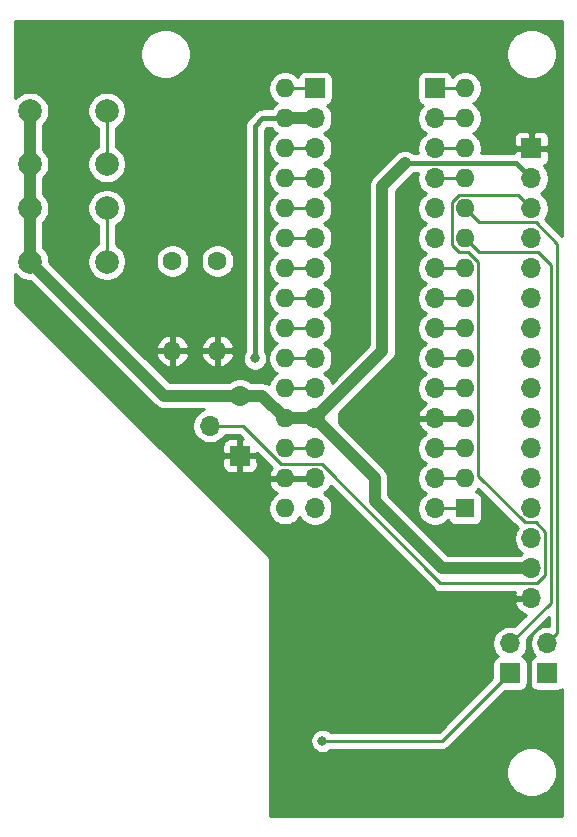
<source format=gbr>
%TF.GenerationSoftware,KiCad,Pcbnew,(5.1.6)-1*%
%TF.CreationDate,2022-01-11T18:37:24-04:00*%
%TF.ProjectId,LCD_adapter,4c43445f-6164-4617-9074-65722e6b6963,rev?*%
%TF.SameCoordinates,Original*%
%TF.FileFunction,Copper,L2,Bot*%
%TF.FilePolarity,Positive*%
%FSLAX46Y46*%
G04 Gerber Fmt 4.6, Leading zero omitted, Abs format (unit mm)*
G04 Created by KiCad (PCBNEW (5.1.6)-1) date 2022-01-11 18:37:24*
%MOMM*%
%LPD*%
G01*
G04 APERTURE LIST*
%TA.AperFunction,ComponentPad*%
%ADD10O,1.700000X1.700000*%
%TD*%
%TA.AperFunction,ComponentPad*%
%ADD11R,1.700000X1.700000*%
%TD*%
%TA.AperFunction,ComponentPad*%
%ADD12C,2.000000*%
%TD*%
%TA.AperFunction,ComponentPad*%
%ADD13O,1.600000X1.600000*%
%TD*%
%TA.AperFunction,ComponentPad*%
%ADD14C,1.600000*%
%TD*%
%TA.AperFunction,ComponentPad*%
%ADD15R,1.600000X1.600000*%
%TD*%
%TA.AperFunction,ViaPad*%
%ADD16C,0.800000*%
%TD*%
%TA.AperFunction,Conductor*%
%ADD17C,0.250000*%
%TD*%
%TA.AperFunction,Conductor*%
%ADD18C,1.000000*%
%TD*%
%TA.AperFunction,Conductor*%
%ADD19C,0.400000*%
%TD*%
%TA.AperFunction,Conductor*%
%ADD20C,0.254000*%
%TD*%
G04 APERTURE END LIST*
D10*
%TO.P,J4,2*%
%TO.N,/D7*%
X170180000Y-111760000D03*
D11*
%TO.P,J4,1*%
%TO.N,/STAT*%
X170180000Y-114300000D03*
%TD*%
D10*
%TO.P,J3,2*%
%TO.N,/D8*%
X173355000Y-111760000D03*
D11*
%TO.P,J3,1*%
%TO.N,/PWRC*%
X173355000Y-114300000D03*
%TD*%
D12*
%TO.P,SW2,4*%
%TO.N,/D9*%
X136040000Y-74930000D03*
%TO.P,SW2,3*%
X136040000Y-79430000D03*
%TO.P,SW2,1*%
%TO.N,VDD*%
X129540000Y-74930000D03*
%TO.P,SW2,2*%
X129540000Y-79430000D03*
%TD*%
%TO.P,SW1,4*%
%TO.N,/D10*%
X136040000Y-66675000D03*
%TO.P,SW1,3*%
X136040000Y-71175000D03*
%TO.P,SW1,1*%
%TO.N,VDD*%
X129540000Y-66675000D03*
%TO.P,SW1,2*%
X129540000Y-71175000D03*
%TD*%
D13*
%TO.P,R2,2*%
%TO.N,GND*%
X141605000Y-86995000D03*
D14*
%TO.P,R2,1*%
%TO.N,/D9*%
X141605000Y-79375000D03*
%TD*%
D13*
%TO.P,R1,2*%
%TO.N,GND*%
X145415000Y-86995000D03*
D14*
%TO.P,R1,1*%
%TO.N,/D10*%
X145415000Y-79375000D03*
%TD*%
D10*
%TO.P,J2,15*%
%TO.N,/D1*%
X163830000Y-100330000D03*
%TO.P,J2,14*%
%TO.N,/D0*%
X163830000Y-97790000D03*
%TO.P,J2,13*%
%TO.N,/nRST*%
X163830000Y-95250000D03*
%TO.P,J2,12*%
%TO.N,GND*%
X163830000Y-92710000D03*
%TO.P,J2,11*%
%TO.N,/D2*%
X163830000Y-90170000D03*
%TO.P,J2,10*%
%TO.N,/D3*%
X163830000Y-87630000D03*
%TO.P,J2,9*%
%TO.N,/D4*%
X163830000Y-85090000D03*
%TO.P,J2,8*%
%TO.N,/D5*%
X163830000Y-82550000D03*
%TO.P,J2,7*%
%TO.N,/D6*%
X163830000Y-80010000D03*
%TO.P,J2,6*%
%TO.N,/D7*%
X163830000Y-77470000D03*
%TO.P,J2,5*%
%TO.N,/D8*%
X163830000Y-74930000D03*
%TO.P,J2,4*%
%TO.N,/D9*%
X163830000Y-72390000D03*
%TO.P,J2,3*%
%TO.N,/D10*%
X163830000Y-69850000D03*
%TO.P,J2,2*%
%TO.N,/D11*%
X163830000Y-67310000D03*
D11*
%TO.P,J2,1*%
%TO.N,/D12*%
X163830000Y-64770000D03*
%TD*%
D10*
%TO.P,J1,15*%
%TO.N,/Vin*%
X153670000Y-100330000D03*
%TO.P,J1,14*%
%TO.N,GND*%
X153670000Y-97790000D03*
%TO.P,J1,13*%
%TO.N,/nRST*%
X153670000Y-95250000D03*
%TO.P,J1,12*%
%TO.N,VDD*%
X153670000Y-92710000D03*
%TO.P,J1,11*%
%TO.N,/A7*%
X153670000Y-90170000D03*
%TO.P,J1,10*%
%TO.N,/A6*%
X153670000Y-87630000D03*
%TO.P,J1,9*%
%TO.N,/A5*%
X153670000Y-85090000D03*
%TO.P,J1,8*%
%TO.N,/A4*%
X153670000Y-82550000D03*
%TO.P,J1,7*%
%TO.N,/A3*%
X153670000Y-80010000D03*
%TO.P,J1,6*%
%TO.N,/A2*%
X153670000Y-77470000D03*
%TO.P,J1,5*%
%TO.N,/A1*%
X153670000Y-74930000D03*
%TO.P,J1,4*%
%TO.N,/A0*%
X153670000Y-72390000D03*
%TO.P,J1,3*%
%TO.N,/AREF*%
X153670000Y-69850000D03*
%TO.P,J1,2*%
%TO.N,+3V3*%
X153670000Y-67310000D03*
D11*
%TO.P,J1,1*%
%TO.N,/D13*%
X153670000Y-64770000D03*
%TD*%
D13*
%TO.P,A1,16*%
%TO.N,/D13*%
X151130000Y-64770000D03*
%TO.P,A1,15*%
%TO.N,/D12*%
X166370000Y-64770000D03*
%TO.P,A1,30*%
%TO.N,/Vin*%
X151130000Y-100330000D03*
%TO.P,A1,14*%
%TO.N,/D11*%
X166370000Y-67310000D03*
%TO.P,A1,29*%
%TO.N,GND*%
X151130000Y-97790000D03*
%TO.P,A1,13*%
%TO.N,/D10*%
X166370000Y-69850000D03*
%TO.P,A1,28*%
%TO.N,/nRST*%
X151130000Y-95250000D03*
%TO.P,A1,12*%
%TO.N,/D9*%
X166370000Y-72390000D03*
%TO.P,A1,27*%
%TO.N,VDD*%
X151130000Y-92710000D03*
%TO.P,A1,11*%
%TO.N,/D8*%
X166370000Y-74930000D03*
%TO.P,A1,26*%
%TO.N,/A7*%
X151130000Y-90170000D03*
%TO.P,A1,10*%
%TO.N,/D7*%
X166370000Y-77470000D03*
%TO.P,A1,25*%
%TO.N,/A6*%
X151130000Y-87630000D03*
%TO.P,A1,9*%
%TO.N,/D6*%
X166370000Y-80010000D03*
%TO.P,A1,24*%
%TO.N,/A5*%
X151130000Y-85090000D03*
%TO.P,A1,8*%
%TO.N,/D5*%
X166370000Y-82550000D03*
%TO.P,A1,23*%
%TO.N,/A4*%
X151130000Y-82550000D03*
%TO.P,A1,7*%
%TO.N,/D4*%
X166370000Y-85090000D03*
%TO.P,A1,22*%
%TO.N,/A3*%
X151130000Y-80010000D03*
%TO.P,A1,6*%
%TO.N,/D3*%
X166370000Y-87630000D03*
%TO.P,A1,21*%
%TO.N,/A2*%
X151130000Y-77470000D03*
%TO.P,A1,5*%
%TO.N,/D2*%
X166370000Y-90170000D03*
%TO.P,A1,20*%
%TO.N,/A1*%
X151130000Y-74930000D03*
%TO.P,A1,4*%
%TO.N,GND*%
X166370000Y-92710000D03*
%TO.P,A1,19*%
%TO.N,/A0*%
X151130000Y-72390000D03*
%TO.P,A1,3*%
%TO.N,/nRST*%
X166370000Y-95250000D03*
%TO.P,A1,18*%
%TO.N,/AREF*%
X151130000Y-69850000D03*
%TO.P,A1,2*%
%TO.N,/D0*%
X166370000Y-97790000D03*
%TO.P,A1,17*%
%TO.N,+3V3*%
X151130000Y-67310000D03*
D15*
%TO.P,A1,1*%
%TO.N,/D1*%
X166370000Y-100330000D03*
%TD*%
D10*
%TO.P,RV1,3*%
%TO.N,VDD*%
X147320000Y-90805000D03*
%TO.P,RV1,2*%
%TO.N,Net-(RV1-Pad2)*%
X144780000Y-93345000D03*
D11*
%TO.P,RV1,1*%
%TO.N,GND*%
X147320000Y-95885000D03*
%TD*%
D10*
%TO.P,U1,16*%
%TO.N,GND*%
X172000000Y-107950000D03*
%TO.P,U1,15*%
%TO.N,VDD*%
X172000000Y-105410000D03*
%TO.P,U1,14*%
%TO.N,/D2*%
X172000000Y-102870000D03*
%TO.P,U1,13*%
%TO.N,/D3*%
X172000000Y-100330000D03*
%TO.P,U1,12*%
%TO.N,/D4*%
X172000000Y-97790000D03*
%TO.P,U1,11*%
%TO.N,/D5*%
X172000000Y-95250000D03*
%TO.P,U1,10*%
%TO.N,Net-(U1-Pad10)*%
X172000000Y-92710000D03*
%TO.P,U1,9*%
%TO.N,Net-(U1-Pad9)*%
X172000000Y-90170000D03*
%TO.P,U1,8*%
%TO.N,Net-(U1-Pad8)*%
X172000000Y-87630000D03*
%TO.P,U1,7*%
%TO.N,Net-(U1-Pad7)*%
X172000000Y-85090000D03*
%TO.P,U1,6*%
%TO.N,/D11*%
X172000000Y-82550000D03*
%TO.P,U1,5*%
%TO.N,GND*%
X172000000Y-80010000D03*
%TO.P,U1,4*%
%TO.N,/D12*%
X172000000Y-77470000D03*
%TO.P,U1,3*%
%TO.N,Net-(RV1-Pad2)*%
X172000000Y-74930000D03*
%TO.P,U1,2*%
%TO.N,VDD*%
X172000000Y-72390000D03*
D11*
%TO.P,U1,1*%
%TO.N,GND*%
X172000000Y-69850000D03*
%TD*%
D16*
%TO.N,GND*%
X150495000Y-60325000D03*
X151130000Y-104140000D03*
X153670000Y-97790000D03*
X140970000Y-93345000D03*
X161290000Y-92710000D03*
X156210000Y-83185000D03*
X165354000Y-102870000D03*
X168910000Y-102235000D03*
X172085000Y-67310000D03*
X168910000Y-64770000D03*
X156210000Y-64135000D03*
X161290000Y-64135000D03*
X161290000Y-69215000D03*
X156210000Y-72390000D03*
X156210000Y-92710000D03*
X161290000Y-83185000D03*
X156210000Y-60325000D03*
X161290000Y-60325000D03*
X167640000Y-60325000D03*
X144145000Y-96520000D03*
X137795000Y-90170000D03*
X133350000Y-86360000D03*
X128905000Y-81915000D03*
X128905000Y-60325000D03*
X133350000Y-60325000D03*
X133350000Y-66675000D03*
X133350000Y-76835000D03*
X133350000Y-71755000D03*
X137160000Y-60325000D03*
X144780000Y-60325000D03*
X140970000Y-66040000D03*
X144780000Y-66040000D03*
X138430000Y-71120000D03*
X143510000Y-75565000D03*
X146685000Y-77470000D03*
X143510000Y-71120000D03*
X154305000Y-122555000D03*
X163830000Y-122555000D03*
X166370000Y-125095000D03*
X173990000Y-118745000D03*
X168910000Y-117475000D03*
X159385000Y-106045000D03*
X159385000Y-114300000D03*
X154305000Y-110490000D03*
X158115000Y-118745000D03*
X164465000Y-114935000D03*
X147320000Y-69215000D03*
X137795000Y-83185000D03*
%TO.N,/D8*%
X163830000Y-74930000D03*
%TO.N,/A1*%
X153670000Y-74930000D03*
%TO.N,+3V3*%
X148590000Y-87630000D03*
%TO.N,/STAT*%
X154305000Y-120015000D03*
%TD*%
D17*
%TO.N,/D12*%
X163830000Y-64770000D02*
X166370000Y-64770000D01*
%TO.N,/D11*%
X163830000Y-67310000D02*
X166370000Y-67310000D01*
D18*
%TO.N,VDD*%
X167640000Y-105410000D02*
X172000000Y-105410000D01*
X164464980Y-105410000D02*
X165100000Y-105410000D01*
X165100000Y-105410000D02*
X165735000Y-105410000D01*
X165735000Y-105410000D02*
X166370000Y-105410000D01*
X166370000Y-105410000D02*
X167640000Y-105410000D01*
X153035000Y-92710000D02*
X153670000Y-92710000D01*
X151130000Y-92710000D02*
X153035000Y-92710000D01*
X164464980Y-105410000D02*
X164464980Y-105409980D01*
X164464980Y-105409980D02*
X158750000Y-99695000D01*
X158750000Y-97790000D02*
X153670000Y-92710000D01*
X158750000Y-99695000D02*
X158750000Y-97790000D01*
X153670000Y-92710000D02*
X158750000Y-87630000D01*
X158750000Y-87630000D02*
X159385000Y-86995000D01*
X159385000Y-86995000D02*
X159385000Y-73025000D01*
X159385000Y-73025000D02*
X160655000Y-71755000D01*
X160655000Y-71755000D02*
X161290000Y-71120000D01*
D19*
X170730000Y-71120000D02*
X161290000Y-71120000D01*
X172000000Y-72390000D02*
X170730000Y-71120000D01*
D18*
X129540000Y-66675000D02*
X129540000Y-71175000D01*
X129540000Y-71175000D02*
X129540000Y-74930000D01*
X129540000Y-74930000D02*
X129540000Y-79430000D01*
X149225000Y-90805000D02*
X151130000Y-92710000D01*
X129540000Y-79430000D02*
X140915000Y-90805000D01*
X140915000Y-90805000D02*
X149225000Y-90805000D01*
D17*
%TO.N,/D5*%
X163830000Y-82550000D02*
X166370000Y-82550000D01*
%TO.N,/D4*%
X163830000Y-85090000D02*
X166370000Y-85090000D01*
%TO.N,/D3*%
X163830000Y-87630000D02*
X166370000Y-87630000D01*
%TO.N,/D2*%
X163830000Y-90170000D02*
X166370000Y-90170000D01*
%TO.N,Net-(RV1-Pad2)*%
X172469002Y-106680000D02*
X173175001Y-105974001D01*
X147559998Y-93345000D02*
X150829997Y-96614999D01*
X144780000Y-93345000D02*
X147559998Y-93345000D01*
X150829997Y-96614999D02*
X154234001Y-96614999D01*
X154234001Y-96614999D02*
X164299002Y-106680000D01*
X164299002Y-106680000D02*
X172469002Y-106680000D01*
X170874999Y-73804999D02*
X172000000Y-74930000D01*
X165829999Y-73804999D02*
X170874999Y-73804999D01*
X165244999Y-74389999D02*
X165829999Y-73804999D01*
X165829999Y-78595001D02*
X165244999Y-78010001D01*
X166620003Y-78595001D02*
X165829999Y-78595001D01*
X167495001Y-79469999D02*
X166620003Y-78595001D01*
X167495001Y-97564003D02*
X167495001Y-79469999D01*
X171435999Y-101505001D02*
X167495001Y-97564003D01*
X172374003Y-101505001D02*
X171435999Y-101505001D01*
X173175001Y-102305999D02*
X172374003Y-101505001D01*
X165244999Y-78010001D02*
X165244999Y-74389999D01*
X173175001Y-105974001D02*
X173175001Y-102305999D01*
%TO.N,/D13*%
X151130000Y-64770000D02*
X153670000Y-64770000D01*
%TO.N,/D10*%
X163830000Y-69850000D02*
X166370000Y-69850000D01*
X136040000Y-66675000D02*
X136040000Y-71175000D01*
%TO.N,/nRST*%
X151130000Y-95250000D02*
X153670000Y-95250000D01*
X163830000Y-95250000D02*
X166370000Y-95250000D01*
%TO.N,/D9*%
X163830000Y-72390000D02*
X166370000Y-72390000D01*
X136040000Y-74930000D02*
X136040000Y-79430000D01*
%TO.N,/D8*%
X167545001Y-76105001D02*
X166370000Y-74930000D01*
X172374003Y-76105001D02*
X167545001Y-76105001D01*
X174204999Y-77935997D02*
X172374003Y-76105001D01*
X174204999Y-110910001D02*
X174204999Y-77935997D01*
X173355000Y-111760000D02*
X174204999Y-110910001D01*
%TO.N,/A7*%
X151130000Y-90170000D02*
X153670000Y-90170000D01*
%TO.N,/D7*%
X167545001Y-78645001D02*
X166370000Y-77470000D01*
X172564001Y-78645001D02*
X167545001Y-78645001D01*
X173625010Y-108314990D02*
X173625010Y-79706010D01*
X173625010Y-79706010D02*
X172564001Y-78645001D01*
X170180000Y-111760000D02*
X173625010Y-108314990D01*
%TO.N,/A6*%
X151130000Y-87630000D02*
X153670000Y-87630000D01*
%TO.N,/D6*%
X163830000Y-80010000D02*
X166370000Y-80010000D01*
%TO.N,/A5*%
X151130000Y-85090000D02*
X153670000Y-85090000D01*
%TO.N,/A4*%
X151130000Y-82550000D02*
X153670000Y-82550000D01*
%TO.N,/A3*%
X151130000Y-80010000D02*
X153670000Y-80010000D01*
%TO.N,/A2*%
X151130000Y-77470000D02*
X153670000Y-77470000D01*
%TO.N,/A1*%
X151130000Y-74930000D02*
X153670000Y-74930000D01*
%TO.N,/A0*%
X151130000Y-72390000D02*
X153670000Y-72390000D01*
%TO.N,/AREF*%
X151130000Y-69850000D02*
X153670000Y-69850000D01*
%TO.N,/D0*%
X163830000Y-97790000D02*
X166370000Y-97790000D01*
%TO.N,/D1*%
X163830000Y-100330000D02*
X166370000Y-100330000D01*
D18*
%TO.N,+3V3*%
X151130000Y-67310000D02*
X153670000Y-67310000D01*
D19*
X148590000Y-87630000D02*
X148590000Y-87630000D01*
X148590000Y-77774998D02*
X148590000Y-87630000D01*
X148590000Y-67945000D02*
X148590000Y-77774998D01*
X151130000Y-67310000D02*
X149225000Y-67310000D01*
X149225000Y-67310000D02*
X148590000Y-67945000D01*
D17*
%TO.N,/STAT*%
X164465000Y-120015000D02*
X170180000Y-114300000D01*
X154305000Y-120015000D02*
X164465000Y-120015000D01*
%TD*%
D20*
%TO.N,GND*%
G36*
X128497748Y-80699987D02*
G01*
X128765537Y-80878918D01*
X129063088Y-81002168D01*
X129378967Y-81065000D01*
X129569869Y-81065000D01*
X140073009Y-91568141D01*
X140108551Y-91611449D01*
X140281377Y-91753284D01*
X140478553Y-91858676D01*
X140692501Y-91923577D01*
X140859248Y-91940000D01*
X140859257Y-91940000D01*
X140914999Y-91945490D01*
X140970741Y-91940000D01*
X144291479Y-91940000D01*
X144076589Y-92029010D01*
X143833368Y-92191525D01*
X143626525Y-92398368D01*
X143464010Y-92641589D01*
X143352068Y-92911842D01*
X143295000Y-93198740D01*
X143295000Y-93491260D01*
X143352068Y-93778158D01*
X143464010Y-94048411D01*
X143626525Y-94291632D01*
X143833368Y-94498475D01*
X144076589Y-94660990D01*
X144346842Y-94772932D01*
X144633740Y-94830000D01*
X144926260Y-94830000D01*
X145213158Y-94772932D01*
X145483411Y-94660990D01*
X145726632Y-94498475D01*
X145933475Y-94291632D01*
X146058178Y-94105000D01*
X147245197Y-94105000D01*
X147572973Y-94432777D01*
X147447000Y-94558750D01*
X147447000Y-95758000D01*
X148646250Y-95758000D01*
X148772223Y-95632027D01*
X150024039Y-96883843D01*
X149898963Y-97052580D01*
X149778754Y-97306913D01*
X149738096Y-97440961D01*
X149860085Y-97663000D01*
X151003000Y-97663000D01*
X151003000Y-97643000D01*
X151257000Y-97643000D01*
X151257000Y-97663000D01*
X153543000Y-97663000D01*
X153543000Y-97643000D01*
X153797000Y-97643000D01*
X153797000Y-97663000D01*
X153817000Y-97663000D01*
X153817000Y-97917000D01*
X153797000Y-97917000D01*
X153797000Y-97937000D01*
X153543000Y-97937000D01*
X153543000Y-97917000D01*
X151257000Y-97917000D01*
X151257000Y-97937000D01*
X151003000Y-97937000D01*
X151003000Y-97917000D01*
X149860085Y-97917000D01*
X149738096Y-98139039D01*
X149778754Y-98273087D01*
X149898963Y-98527420D01*
X150066481Y-98753414D01*
X150274869Y-98942385D01*
X150460865Y-99053933D01*
X150450273Y-99058320D01*
X150215241Y-99215363D01*
X150015363Y-99415241D01*
X149858320Y-99650273D01*
X149750147Y-99911426D01*
X149695000Y-100188665D01*
X149695000Y-100471335D01*
X149750147Y-100748574D01*
X149858320Y-101009727D01*
X150015363Y-101244759D01*
X150215241Y-101444637D01*
X150450273Y-101601680D01*
X150711426Y-101709853D01*
X150988665Y-101765000D01*
X151271335Y-101765000D01*
X151548574Y-101709853D01*
X151809727Y-101601680D01*
X152044759Y-101444637D01*
X152244637Y-101244759D01*
X152369932Y-101057241D01*
X152516525Y-101276632D01*
X152723368Y-101483475D01*
X152966589Y-101645990D01*
X153236842Y-101757932D01*
X153523740Y-101815000D01*
X153816260Y-101815000D01*
X154103158Y-101757932D01*
X154373411Y-101645990D01*
X154616632Y-101483475D01*
X154823475Y-101276632D01*
X154985990Y-101033411D01*
X155097932Y-100763158D01*
X155155000Y-100476260D01*
X155155000Y-100183740D01*
X155097932Y-99896842D01*
X154985990Y-99626589D01*
X154823475Y-99383368D01*
X154616632Y-99176525D01*
X154434466Y-99054805D01*
X154551355Y-98985178D01*
X154767588Y-98790269D01*
X154941641Y-98556920D01*
X154993095Y-98448894D01*
X163735203Y-107191003D01*
X163759001Y-107220001D01*
X163787999Y-107243799D01*
X163874725Y-107314974D01*
X164006755Y-107385546D01*
X164150016Y-107429003D01*
X164261669Y-107440000D01*
X164261679Y-107440000D01*
X164299002Y-107443676D01*
X164336325Y-107440000D01*
X170605986Y-107440000D01*
X170603175Y-107445901D01*
X170558524Y-107593110D01*
X170679845Y-107823000D01*
X171873000Y-107823000D01*
X171873000Y-107803000D01*
X172127000Y-107803000D01*
X172127000Y-107823000D01*
X172147000Y-107823000D01*
X172147000Y-108077000D01*
X172127000Y-108077000D01*
X172127000Y-108097000D01*
X171873000Y-108097000D01*
X171873000Y-108077000D01*
X170679845Y-108077000D01*
X170558524Y-108306890D01*
X170603175Y-108454099D01*
X170728359Y-108716920D01*
X170902412Y-108950269D01*
X171118645Y-109145178D01*
X171368748Y-109294157D01*
X171518072Y-109347127D01*
X170546408Y-110318791D01*
X170326260Y-110275000D01*
X170033740Y-110275000D01*
X169746842Y-110332068D01*
X169476589Y-110444010D01*
X169233368Y-110606525D01*
X169026525Y-110813368D01*
X168864010Y-111056589D01*
X168752068Y-111326842D01*
X168695000Y-111613740D01*
X168695000Y-111906260D01*
X168752068Y-112193158D01*
X168864010Y-112463411D01*
X169026525Y-112706632D01*
X169158380Y-112838487D01*
X169085820Y-112860498D01*
X168975506Y-112919463D01*
X168878815Y-112998815D01*
X168799463Y-113095506D01*
X168740498Y-113205820D01*
X168704188Y-113325518D01*
X168691928Y-113450000D01*
X168691928Y-114713270D01*
X164150199Y-119255000D01*
X155008711Y-119255000D01*
X154964774Y-119211063D01*
X154795256Y-119097795D01*
X154606898Y-119019774D01*
X154406939Y-118980000D01*
X154203061Y-118980000D01*
X154003102Y-119019774D01*
X153814744Y-119097795D01*
X153645226Y-119211063D01*
X153501063Y-119355226D01*
X153387795Y-119524744D01*
X153309774Y-119713102D01*
X153270000Y-119913061D01*
X153270000Y-120116939D01*
X153309774Y-120316898D01*
X153387795Y-120505256D01*
X153501063Y-120674774D01*
X153645226Y-120818937D01*
X153814744Y-120932205D01*
X154003102Y-121010226D01*
X154203061Y-121050000D01*
X154406939Y-121050000D01*
X154606898Y-121010226D01*
X154795256Y-120932205D01*
X154964774Y-120818937D01*
X155008711Y-120775000D01*
X164427678Y-120775000D01*
X164465000Y-120778676D01*
X164502322Y-120775000D01*
X164502333Y-120775000D01*
X164613986Y-120764003D01*
X164757247Y-120720546D01*
X164889276Y-120649974D01*
X165005001Y-120555001D01*
X165028804Y-120525997D01*
X169766730Y-115788072D01*
X171030000Y-115788072D01*
X171154482Y-115775812D01*
X171274180Y-115739502D01*
X171384494Y-115680537D01*
X171481185Y-115601185D01*
X171560537Y-115504494D01*
X171619502Y-115394180D01*
X171655812Y-115274482D01*
X171668072Y-115150000D01*
X171668072Y-113450000D01*
X171655812Y-113325518D01*
X171619502Y-113205820D01*
X171560537Y-113095506D01*
X171481185Y-112998815D01*
X171384494Y-112919463D01*
X171274180Y-112860498D01*
X171201620Y-112838487D01*
X171333475Y-112706632D01*
X171495990Y-112463411D01*
X171607932Y-112193158D01*
X171665000Y-111906260D01*
X171665000Y-111613740D01*
X171621209Y-111393592D01*
X173444999Y-109569803D01*
X173444999Y-110275000D01*
X173208740Y-110275000D01*
X172921842Y-110332068D01*
X172651589Y-110444010D01*
X172408368Y-110606525D01*
X172201525Y-110813368D01*
X172039010Y-111056589D01*
X171927068Y-111326842D01*
X171870000Y-111613740D01*
X171870000Y-111906260D01*
X171927068Y-112193158D01*
X172039010Y-112463411D01*
X172201525Y-112706632D01*
X172333380Y-112838487D01*
X172260820Y-112860498D01*
X172150506Y-112919463D01*
X172053815Y-112998815D01*
X171974463Y-113095506D01*
X171915498Y-113205820D01*
X171879188Y-113325518D01*
X171866928Y-113450000D01*
X171866928Y-115150000D01*
X171879188Y-115274482D01*
X171915498Y-115394180D01*
X171974463Y-115504494D01*
X172053815Y-115601185D01*
X172150506Y-115680537D01*
X172260820Y-115739502D01*
X172380518Y-115775812D01*
X172505000Y-115788072D01*
X174205000Y-115788072D01*
X174329482Y-115775812D01*
X174449180Y-115739502D01*
X174559494Y-115680537D01*
X174600001Y-115647294D01*
X174600001Y-117442572D01*
X174600000Y-117442582D01*
X174600001Y-126340000D01*
X149885000Y-126340000D01*
X149885000Y-122454721D01*
X169865000Y-122454721D01*
X169865000Y-122875279D01*
X169947047Y-123287756D01*
X170107988Y-123676302D01*
X170341637Y-124025983D01*
X170639017Y-124323363D01*
X170988698Y-124557012D01*
X171377244Y-124717953D01*
X171789721Y-124800000D01*
X172210279Y-124800000D01*
X172622756Y-124717953D01*
X173011302Y-124557012D01*
X173360983Y-124323363D01*
X173658363Y-124025983D01*
X173892012Y-123676302D01*
X174052953Y-123287756D01*
X174135000Y-122875279D01*
X174135000Y-122454721D01*
X174052953Y-122042244D01*
X173892012Y-121653698D01*
X173658363Y-121304017D01*
X173360983Y-121006637D01*
X173011302Y-120772988D01*
X172622756Y-120612047D01*
X172210279Y-120530000D01*
X171789721Y-120530000D01*
X171377244Y-120612047D01*
X170988698Y-120772988D01*
X170639017Y-121006637D01*
X170341637Y-121304017D01*
X170107988Y-121653698D01*
X169947047Y-122042244D01*
X169865000Y-122454721D01*
X149885000Y-122454721D01*
X149885000Y-104807409D01*
X149888192Y-104775000D01*
X149885000Y-104742591D01*
X149885000Y-104742581D01*
X149875450Y-104645617D01*
X149837710Y-104521207D01*
X149776425Y-104406550D01*
X149714614Y-104331233D01*
X149714612Y-104331231D01*
X149693948Y-104306052D01*
X149668770Y-104285389D01*
X142118381Y-96735000D01*
X145831928Y-96735000D01*
X145844188Y-96859482D01*
X145880498Y-96979180D01*
X145939463Y-97089494D01*
X146018815Y-97186185D01*
X146115506Y-97265537D01*
X146225820Y-97324502D01*
X146345518Y-97360812D01*
X146470000Y-97373072D01*
X147034250Y-97370000D01*
X147193000Y-97211250D01*
X147193000Y-96012000D01*
X147447000Y-96012000D01*
X147447000Y-97211250D01*
X147605750Y-97370000D01*
X148170000Y-97373072D01*
X148294482Y-97360812D01*
X148414180Y-97324502D01*
X148524494Y-97265537D01*
X148621185Y-97186185D01*
X148700537Y-97089494D01*
X148759502Y-96979180D01*
X148795812Y-96859482D01*
X148808072Y-96735000D01*
X148805000Y-96170750D01*
X148646250Y-96012000D01*
X147447000Y-96012000D01*
X147193000Y-96012000D01*
X145993750Y-96012000D01*
X145835000Y-96170750D01*
X145831928Y-96735000D01*
X142118381Y-96735000D01*
X140418381Y-95035000D01*
X145831928Y-95035000D01*
X145835000Y-95599250D01*
X145993750Y-95758000D01*
X147193000Y-95758000D01*
X147193000Y-94558750D01*
X147034250Y-94400000D01*
X146470000Y-94396928D01*
X146345518Y-94409188D01*
X146225820Y-94445498D01*
X146115506Y-94504463D01*
X146018815Y-94583815D01*
X145939463Y-94680506D01*
X145880498Y-94790820D01*
X145844188Y-94910518D01*
X145831928Y-95035000D01*
X140418381Y-95035000D01*
X128295000Y-82911620D01*
X128295000Y-80497239D01*
X128497748Y-80699987D01*
G37*
X128497748Y-80699987D02*
X128765537Y-80878918D01*
X129063088Y-81002168D01*
X129378967Y-81065000D01*
X129569869Y-81065000D01*
X140073009Y-91568141D01*
X140108551Y-91611449D01*
X140281377Y-91753284D01*
X140478553Y-91858676D01*
X140692501Y-91923577D01*
X140859248Y-91940000D01*
X140859257Y-91940000D01*
X140914999Y-91945490D01*
X140970741Y-91940000D01*
X144291479Y-91940000D01*
X144076589Y-92029010D01*
X143833368Y-92191525D01*
X143626525Y-92398368D01*
X143464010Y-92641589D01*
X143352068Y-92911842D01*
X143295000Y-93198740D01*
X143295000Y-93491260D01*
X143352068Y-93778158D01*
X143464010Y-94048411D01*
X143626525Y-94291632D01*
X143833368Y-94498475D01*
X144076589Y-94660990D01*
X144346842Y-94772932D01*
X144633740Y-94830000D01*
X144926260Y-94830000D01*
X145213158Y-94772932D01*
X145483411Y-94660990D01*
X145726632Y-94498475D01*
X145933475Y-94291632D01*
X146058178Y-94105000D01*
X147245197Y-94105000D01*
X147572973Y-94432777D01*
X147447000Y-94558750D01*
X147447000Y-95758000D01*
X148646250Y-95758000D01*
X148772223Y-95632027D01*
X150024039Y-96883843D01*
X149898963Y-97052580D01*
X149778754Y-97306913D01*
X149738096Y-97440961D01*
X149860085Y-97663000D01*
X151003000Y-97663000D01*
X151003000Y-97643000D01*
X151257000Y-97643000D01*
X151257000Y-97663000D01*
X153543000Y-97663000D01*
X153543000Y-97643000D01*
X153797000Y-97643000D01*
X153797000Y-97663000D01*
X153817000Y-97663000D01*
X153817000Y-97917000D01*
X153797000Y-97917000D01*
X153797000Y-97937000D01*
X153543000Y-97937000D01*
X153543000Y-97917000D01*
X151257000Y-97917000D01*
X151257000Y-97937000D01*
X151003000Y-97937000D01*
X151003000Y-97917000D01*
X149860085Y-97917000D01*
X149738096Y-98139039D01*
X149778754Y-98273087D01*
X149898963Y-98527420D01*
X150066481Y-98753414D01*
X150274869Y-98942385D01*
X150460865Y-99053933D01*
X150450273Y-99058320D01*
X150215241Y-99215363D01*
X150015363Y-99415241D01*
X149858320Y-99650273D01*
X149750147Y-99911426D01*
X149695000Y-100188665D01*
X149695000Y-100471335D01*
X149750147Y-100748574D01*
X149858320Y-101009727D01*
X150015363Y-101244759D01*
X150215241Y-101444637D01*
X150450273Y-101601680D01*
X150711426Y-101709853D01*
X150988665Y-101765000D01*
X151271335Y-101765000D01*
X151548574Y-101709853D01*
X151809727Y-101601680D01*
X152044759Y-101444637D01*
X152244637Y-101244759D01*
X152369932Y-101057241D01*
X152516525Y-101276632D01*
X152723368Y-101483475D01*
X152966589Y-101645990D01*
X153236842Y-101757932D01*
X153523740Y-101815000D01*
X153816260Y-101815000D01*
X154103158Y-101757932D01*
X154373411Y-101645990D01*
X154616632Y-101483475D01*
X154823475Y-101276632D01*
X154985990Y-101033411D01*
X155097932Y-100763158D01*
X155155000Y-100476260D01*
X155155000Y-100183740D01*
X155097932Y-99896842D01*
X154985990Y-99626589D01*
X154823475Y-99383368D01*
X154616632Y-99176525D01*
X154434466Y-99054805D01*
X154551355Y-98985178D01*
X154767588Y-98790269D01*
X154941641Y-98556920D01*
X154993095Y-98448894D01*
X163735203Y-107191003D01*
X163759001Y-107220001D01*
X163787999Y-107243799D01*
X163874725Y-107314974D01*
X164006755Y-107385546D01*
X164150016Y-107429003D01*
X164261669Y-107440000D01*
X164261679Y-107440000D01*
X164299002Y-107443676D01*
X164336325Y-107440000D01*
X170605986Y-107440000D01*
X170603175Y-107445901D01*
X170558524Y-107593110D01*
X170679845Y-107823000D01*
X171873000Y-107823000D01*
X171873000Y-107803000D01*
X172127000Y-107803000D01*
X172127000Y-107823000D01*
X172147000Y-107823000D01*
X172147000Y-108077000D01*
X172127000Y-108077000D01*
X172127000Y-108097000D01*
X171873000Y-108097000D01*
X171873000Y-108077000D01*
X170679845Y-108077000D01*
X170558524Y-108306890D01*
X170603175Y-108454099D01*
X170728359Y-108716920D01*
X170902412Y-108950269D01*
X171118645Y-109145178D01*
X171368748Y-109294157D01*
X171518072Y-109347127D01*
X170546408Y-110318791D01*
X170326260Y-110275000D01*
X170033740Y-110275000D01*
X169746842Y-110332068D01*
X169476589Y-110444010D01*
X169233368Y-110606525D01*
X169026525Y-110813368D01*
X168864010Y-111056589D01*
X168752068Y-111326842D01*
X168695000Y-111613740D01*
X168695000Y-111906260D01*
X168752068Y-112193158D01*
X168864010Y-112463411D01*
X169026525Y-112706632D01*
X169158380Y-112838487D01*
X169085820Y-112860498D01*
X168975506Y-112919463D01*
X168878815Y-112998815D01*
X168799463Y-113095506D01*
X168740498Y-113205820D01*
X168704188Y-113325518D01*
X168691928Y-113450000D01*
X168691928Y-114713270D01*
X164150199Y-119255000D01*
X155008711Y-119255000D01*
X154964774Y-119211063D01*
X154795256Y-119097795D01*
X154606898Y-119019774D01*
X154406939Y-118980000D01*
X154203061Y-118980000D01*
X154003102Y-119019774D01*
X153814744Y-119097795D01*
X153645226Y-119211063D01*
X153501063Y-119355226D01*
X153387795Y-119524744D01*
X153309774Y-119713102D01*
X153270000Y-119913061D01*
X153270000Y-120116939D01*
X153309774Y-120316898D01*
X153387795Y-120505256D01*
X153501063Y-120674774D01*
X153645226Y-120818937D01*
X153814744Y-120932205D01*
X154003102Y-121010226D01*
X154203061Y-121050000D01*
X154406939Y-121050000D01*
X154606898Y-121010226D01*
X154795256Y-120932205D01*
X154964774Y-120818937D01*
X155008711Y-120775000D01*
X164427678Y-120775000D01*
X164465000Y-120778676D01*
X164502322Y-120775000D01*
X164502333Y-120775000D01*
X164613986Y-120764003D01*
X164757247Y-120720546D01*
X164889276Y-120649974D01*
X165005001Y-120555001D01*
X165028804Y-120525997D01*
X169766730Y-115788072D01*
X171030000Y-115788072D01*
X171154482Y-115775812D01*
X171274180Y-115739502D01*
X171384494Y-115680537D01*
X171481185Y-115601185D01*
X171560537Y-115504494D01*
X171619502Y-115394180D01*
X171655812Y-115274482D01*
X171668072Y-115150000D01*
X171668072Y-113450000D01*
X171655812Y-113325518D01*
X171619502Y-113205820D01*
X171560537Y-113095506D01*
X171481185Y-112998815D01*
X171384494Y-112919463D01*
X171274180Y-112860498D01*
X171201620Y-112838487D01*
X171333475Y-112706632D01*
X171495990Y-112463411D01*
X171607932Y-112193158D01*
X171665000Y-111906260D01*
X171665000Y-111613740D01*
X171621209Y-111393592D01*
X173444999Y-109569803D01*
X173444999Y-110275000D01*
X173208740Y-110275000D01*
X172921842Y-110332068D01*
X172651589Y-110444010D01*
X172408368Y-110606525D01*
X172201525Y-110813368D01*
X172039010Y-111056589D01*
X171927068Y-111326842D01*
X171870000Y-111613740D01*
X171870000Y-111906260D01*
X171927068Y-112193158D01*
X172039010Y-112463411D01*
X172201525Y-112706632D01*
X172333380Y-112838487D01*
X172260820Y-112860498D01*
X172150506Y-112919463D01*
X172053815Y-112998815D01*
X171974463Y-113095506D01*
X171915498Y-113205820D01*
X171879188Y-113325518D01*
X171866928Y-113450000D01*
X171866928Y-115150000D01*
X171879188Y-115274482D01*
X171915498Y-115394180D01*
X171974463Y-115504494D01*
X172053815Y-115601185D01*
X172150506Y-115680537D01*
X172260820Y-115739502D01*
X172380518Y-115775812D01*
X172505000Y-115788072D01*
X174205000Y-115788072D01*
X174329482Y-115775812D01*
X174449180Y-115739502D01*
X174559494Y-115680537D01*
X174600001Y-115647294D01*
X174600001Y-117442572D01*
X174600000Y-117442582D01*
X174600001Y-126340000D01*
X149885000Y-126340000D01*
X149885000Y-122454721D01*
X169865000Y-122454721D01*
X169865000Y-122875279D01*
X169947047Y-123287756D01*
X170107988Y-123676302D01*
X170341637Y-124025983D01*
X170639017Y-124323363D01*
X170988698Y-124557012D01*
X171377244Y-124717953D01*
X171789721Y-124800000D01*
X172210279Y-124800000D01*
X172622756Y-124717953D01*
X173011302Y-124557012D01*
X173360983Y-124323363D01*
X173658363Y-124025983D01*
X173892012Y-123676302D01*
X174052953Y-123287756D01*
X174135000Y-122875279D01*
X174135000Y-122454721D01*
X174052953Y-122042244D01*
X173892012Y-121653698D01*
X173658363Y-121304017D01*
X173360983Y-121006637D01*
X173011302Y-120772988D01*
X172622756Y-120612047D01*
X172210279Y-120530000D01*
X171789721Y-120530000D01*
X171377244Y-120612047D01*
X170988698Y-120772988D01*
X170639017Y-121006637D01*
X170341637Y-121304017D01*
X170107988Y-121653698D01*
X169947047Y-122042244D01*
X169865000Y-122454721D01*
X149885000Y-122454721D01*
X149885000Y-104807409D01*
X149888192Y-104775000D01*
X149885000Y-104742591D01*
X149885000Y-104742581D01*
X149875450Y-104645617D01*
X149837710Y-104521207D01*
X149776425Y-104406550D01*
X149714614Y-104331233D01*
X149714612Y-104331231D01*
X149693948Y-104306052D01*
X149668770Y-104285389D01*
X142118381Y-96735000D01*
X145831928Y-96735000D01*
X145844188Y-96859482D01*
X145880498Y-96979180D01*
X145939463Y-97089494D01*
X146018815Y-97186185D01*
X146115506Y-97265537D01*
X146225820Y-97324502D01*
X146345518Y-97360812D01*
X146470000Y-97373072D01*
X147034250Y-97370000D01*
X147193000Y-97211250D01*
X147193000Y-96012000D01*
X147447000Y-96012000D01*
X147447000Y-97211250D01*
X147605750Y-97370000D01*
X148170000Y-97373072D01*
X148294482Y-97360812D01*
X148414180Y-97324502D01*
X148524494Y-97265537D01*
X148621185Y-97186185D01*
X148700537Y-97089494D01*
X148759502Y-96979180D01*
X148795812Y-96859482D01*
X148808072Y-96735000D01*
X148805000Y-96170750D01*
X148646250Y-96012000D01*
X147447000Y-96012000D01*
X147193000Y-96012000D01*
X145993750Y-96012000D01*
X145835000Y-96170750D01*
X145831928Y-96735000D01*
X142118381Y-96735000D01*
X140418381Y-95035000D01*
X145831928Y-95035000D01*
X145835000Y-95599250D01*
X145993750Y-95758000D01*
X147193000Y-95758000D01*
X147193000Y-94558750D01*
X147034250Y-94400000D01*
X146470000Y-94396928D01*
X146345518Y-94409188D01*
X146225820Y-94445498D01*
X146115506Y-94504463D01*
X146018815Y-94583815D01*
X145939463Y-94680506D01*
X145880498Y-94790820D01*
X145844188Y-94910518D01*
X145831928Y-95035000D01*
X140418381Y-95035000D01*
X128295000Y-82911620D01*
X128295000Y-80497239D01*
X128497748Y-80699987D01*
G36*
X162402068Y-71956842D02*
G01*
X162345000Y-72243740D01*
X162345000Y-72536260D01*
X162402068Y-72823158D01*
X162514010Y-73093411D01*
X162676525Y-73336632D01*
X162883368Y-73543475D01*
X163057760Y-73660000D01*
X162883368Y-73776525D01*
X162676525Y-73983368D01*
X162514010Y-74226589D01*
X162402068Y-74496842D01*
X162345000Y-74783740D01*
X162345000Y-75076260D01*
X162402068Y-75363158D01*
X162514010Y-75633411D01*
X162676525Y-75876632D01*
X162883368Y-76083475D01*
X163057760Y-76200000D01*
X162883368Y-76316525D01*
X162676525Y-76523368D01*
X162514010Y-76766589D01*
X162402068Y-77036842D01*
X162345000Y-77323740D01*
X162345000Y-77616260D01*
X162402068Y-77903158D01*
X162514010Y-78173411D01*
X162676525Y-78416632D01*
X162883368Y-78623475D01*
X163057760Y-78740000D01*
X162883368Y-78856525D01*
X162676525Y-79063368D01*
X162514010Y-79306589D01*
X162402068Y-79576842D01*
X162345000Y-79863740D01*
X162345000Y-80156260D01*
X162402068Y-80443158D01*
X162514010Y-80713411D01*
X162676525Y-80956632D01*
X162883368Y-81163475D01*
X163057760Y-81280000D01*
X162883368Y-81396525D01*
X162676525Y-81603368D01*
X162514010Y-81846589D01*
X162402068Y-82116842D01*
X162345000Y-82403740D01*
X162345000Y-82696260D01*
X162402068Y-82983158D01*
X162514010Y-83253411D01*
X162676525Y-83496632D01*
X162883368Y-83703475D01*
X163057760Y-83820000D01*
X162883368Y-83936525D01*
X162676525Y-84143368D01*
X162514010Y-84386589D01*
X162402068Y-84656842D01*
X162345000Y-84943740D01*
X162345000Y-85236260D01*
X162402068Y-85523158D01*
X162514010Y-85793411D01*
X162676525Y-86036632D01*
X162883368Y-86243475D01*
X163057760Y-86360000D01*
X162883368Y-86476525D01*
X162676525Y-86683368D01*
X162514010Y-86926589D01*
X162402068Y-87196842D01*
X162345000Y-87483740D01*
X162345000Y-87776260D01*
X162402068Y-88063158D01*
X162514010Y-88333411D01*
X162676525Y-88576632D01*
X162883368Y-88783475D01*
X163057760Y-88900000D01*
X162883368Y-89016525D01*
X162676525Y-89223368D01*
X162514010Y-89466589D01*
X162402068Y-89736842D01*
X162345000Y-90023740D01*
X162345000Y-90316260D01*
X162402068Y-90603158D01*
X162514010Y-90873411D01*
X162676525Y-91116632D01*
X162883368Y-91323475D01*
X163065534Y-91445195D01*
X162948645Y-91514822D01*
X162732412Y-91709731D01*
X162558359Y-91943080D01*
X162433175Y-92205901D01*
X162388524Y-92353110D01*
X162509845Y-92583000D01*
X163703000Y-92583000D01*
X163703000Y-92563000D01*
X163957000Y-92563000D01*
X163957000Y-92583000D01*
X166243000Y-92583000D01*
X166243000Y-92563000D01*
X166497000Y-92563000D01*
X166497000Y-92583000D01*
X166517000Y-92583000D01*
X166517000Y-92837000D01*
X166497000Y-92837000D01*
X166497000Y-92857000D01*
X166243000Y-92857000D01*
X166243000Y-92837000D01*
X163957000Y-92837000D01*
X163957000Y-92857000D01*
X163703000Y-92857000D01*
X163703000Y-92837000D01*
X162509845Y-92837000D01*
X162388524Y-93066890D01*
X162433175Y-93214099D01*
X162558359Y-93476920D01*
X162732412Y-93710269D01*
X162948645Y-93905178D01*
X163065534Y-93974805D01*
X162883368Y-94096525D01*
X162676525Y-94303368D01*
X162514010Y-94546589D01*
X162402068Y-94816842D01*
X162345000Y-95103740D01*
X162345000Y-95396260D01*
X162402068Y-95683158D01*
X162514010Y-95953411D01*
X162676525Y-96196632D01*
X162883368Y-96403475D01*
X163057760Y-96520000D01*
X162883368Y-96636525D01*
X162676525Y-96843368D01*
X162514010Y-97086589D01*
X162402068Y-97356842D01*
X162345000Y-97643740D01*
X162345000Y-97936260D01*
X162402068Y-98223158D01*
X162514010Y-98493411D01*
X162676525Y-98736632D01*
X162883368Y-98943475D01*
X163057760Y-99060000D01*
X162883368Y-99176525D01*
X162676525Y-99383368D01*
X162514010Y-99626589D01*
X162402068Y-99896842D01*
X162345000Y-100183740D01*
X162345000Y-100476260D01*
X162402068Y-100763158D01*
X162514010Y-101033411D01*
X162676525Y-101276632D01*
X162883368Y-101483475D01*
X163126589Y-101645990D01*
X163396842Y-101757932D01*
X163683740Y-101815000D01*
X163976260Y-101815000D01*
X164263158Y-101757932D01*
X164533411Y-101645990D01*
X164776632Y-101483475D01*
X164958487Y-101301620D01*
X164980498Y-101374180D01*
X165039463Y-101484494D01*
X165118815Y-101581185D01*
X165215506Y-101660537D01*
X165325820Y-101719502D01*
X165445518Y-101755812D01*
X165570000Y-101768072D01*
X167170000Y-101768072D01*
X167294482Y-101755812D01*
X167414180Y-101719502D01*
X167524494Y-101660537D01*
X167621185Y-101581185D01*
X167700537Y-101484494D01*
X167759502Y-101374180D01*
X167795812Y-101254482D01*
X167808072Y-101130000D01*
X167808072Y-99530000D01*
X167795812Y-99405518D01*
X167759502Y-99285820D01*
X167700537Y-99175506D01*
X167621185Y-99078815D01*
X167524494Y-98999463D01*
X167414180Y-98940498D01*
X167294482Y-98904188D01*
X167286039Y-98903357D01*
X167484637Y-98704759D01*
X167515206Y-98659009D01*
X170819704Y-101963508D01*
X170684010Y-102166589D01*
X170572068Y-102436842D01*
X170515000Y-102723740D01*
X170515000Y-103016260D01*
X170572068Y-103303158D01*
X170684010Y-103573411D01*
X170846525Y-103816632D01*
X171053368Y-104023475D01*
X171227760Y-104140000D01*
X171053368Y-104256525D01*
X171034893Y-104275000D01*
X164935132Y-104275000D01*
X159885000Y-99224869D01*
X159885000Y-97845751D01*
X159890491Y-97790000D01*
X159868577Y-97567501D01*
X159803676Y-97353553D01*
X159698284Y-97156377D01*
X159639258Y-97084454D01*
X159556449Y-96983551D01*
X159513141Y-96948009D01*
X155702000Y-93136869D01*
X155702000Y-92283131D01*
X159591988Y-88393144D01*
X159591992Y-88393139D01*
X160148140Y-87836992D01*
X160191449Y-87801449D01*
X160333284Y-87628623D01*
X160438676Y-87431447D01*
X160503577Y-87217499D01*
X160520000Y-87050752D01*
X160520000Y-87050751D01*
X160525491Y-86995000D01*
X160520000Y-86939248D01*
X160520000Y-73495131D01*
X161496988Y-72518144D01*
X161496992Y-72518139D01*
X162060132Y-71955000D01*
X162402831Y-71955000D01*
X162402068Y-71956842D01*
G37*
X162402068Y-71956842D02*
X162345000Y-72243740D01*
X162345000Y-72536260D01*
X162402068Y-72823158D01*
X162514010Y-73093411D01*
X162676525Y-73336632D01*
X162883368Y-73543475D01*
X163057760Y-73660000D01*
X162883368Y-73776525D01*
X162676525Y-73983368D01*
X162514010Y-74226589D01*
X162402068Y-74496842D01*
X162345000Y-74783740D01*
X162345000Y-75076260D01*
X162402068Y-75363158D01*
X162514010Y-75633411D01*
X162676525Y-75876632D01*
X162883368Y-76083475D01*
X163057760Y-76200000D01*
X162883368Y-76316525D01*
X162676525Y-76523368D01*
X162514010Y-76766589D01*
X162402068Y-77036842D01*
X162345000Y-77323740D01*
X162345000Y-77616260D01*
X162402068Y-77903158D01*
X162514010Y-78173411D01*
X162676525Y-78416632D01*
X162883368Y-78623475D01*
X163057760Y-78740000D01*
X162883368Y-78856525D01*
X162676525Y-79063368D01*
X162514010Y-79306589D01*
X162402068Y-79576842D01*
X162345000Y-79863740D01*
X162345000Y-80156260D01*
X162402068Y-80443158D01*
X162514010Y-80713411D01*
X162676525Y-80956632D01*
X162883368Y-81163475D01*
X163057760Y-81280000D01*
X162883368Y-81396525D01*
X162676525Y-81603368D01*
X162514010Y-81846589D01*
X162402068Y-82116842D01*
X162345000Y-82403740D01*
X162345000Y-82696260D01*
X162402068Y-82983158D01*
X162514010Y-83253411D01*
X162676525Y-83496632D01*
X162883368Y-83703475D01*
X163057760Y-83820000D01*
X162883368Y-83936525D01*
X162676525Y-84143368D01*
X162514010Y-84386589D01*
X162402068Y-84656842D01*
X162345000Y-84943740D01*
X162345000Y-85236260D01*
X162402068Y-85523158D01*
X162514010Y-85793411D01*
X162676525Y-86036632D01*
X162883368Y-86243475D01*
X163057760Y-86360000D01*
X162883368Y-86476525D01*
X162676525Y-86683368D01*
X162514010Y-86926589D01*
X162402068Y-87196842D01*
X162345000Y-87483740D01*
X162345000Y-87776260D01*
X162402068Y-88063158D01*
X162514010Y-88333411D01*
X162676525Y-88576632D01*
X162883368Y-88783475D01*
X163057760Y-88900000D01*
X162883368Y-89016525D01*
X162676525Y-89223368D01*
X162514010Y-89466589D01*
X162402068Y-89736842D01*
X162345000Y-90023740D01*
X162345000Y-90316260D01*
X162402068Y-90603158D01*
X162514010Y-90873411D01*
X162676525Y-91116632D01*
X162883368Y-91323475D01*
X163065534Y-91445195D01*
X162948645Y-91514822D01*
X162732412Y-91709731D01*
X162558359Y-91943080D01*
X162433175Y-92205901D01*
X162388524Y-92353110D01*
X162509845Y-92583000D01*
X163703000Y-92583000D01*
X163703000Y-92563000D01*
X163957000Y-92563000D01*
X163957000Y-92583000D01*
X166243000Y-92583000D01*
X166243000Y-92563000D01*
X166497000Y-92563000D01*
X166497000Y-92583000D01*
X166517000Y-92583000D01*
X166517000Y-92837000D01*
X166497000Y-92837000D01*
X166497000Y-92857000D01*
X166243000Y-92857000D01*
X166243000Y-92837000D01*
X163957000Y-92837000D01*
X163957000Y-92857000D01*
X163703000Y-92857000D01*
X163703000Y-92837000D01*
X162509845Y-92837000D01*
X162388524Y-93066890D01*
X162433175Y-93214099D01*
X162558359Y-93476920D01*
X162732412Y-93710269D01*
X162948645Y-93905178D01*
X163065534Y-93974805D01*
X162883368Y-94096525D01*
X162676525Y-94303368D01*
X162514010Y-94546589D01*
X162402068Y-94816842D01*
X162345000Y-95103740D01*
X162345000Y-95396260D01*
X162402068Y-95683158D01*
X162514010Y-95953411D01*
X162676525Y-96196632D01*
X162883368Y-96403475D01*
X163057760Y-96520000D01*
X162883368Y-96636525D01*
X162676525Y-96843368D01*
X162514010Y-97086589D01*
X162402068Y-97356842D01*
X162345000Y-97643740D01*
X162345000Y-97936260D01*
X162402068Y-98223158D01*
X162514010Y-98493411D01*
X162676525Y-98736632D01*
X162883368Y-98943475D01*
X163057760Y-99060000D01*
X162883368Y-99176525D01*
X162676525Y-99383368D01*
X162514010Y-99626589D01*
X162402068Y-99896842D01*
X162345000Y-100183740D01*
X162345000Y-100476260D01*
X162402068Y-100763158D01*
X162514010Y-101033411D01*
X162676525Y-101276632D01*
X162883368Y-101483475D01*
X163126589Y-101645990D01*
X163396842Y-101757932D01*
X163683740Y-101815000D01*
X163976260Y-101815000D01*
X164263158Y-101757932D01*
X164533411Y-101645990D01*
X164776632Y-101483475D01*
X164958487Y-101301620D01*
X164980498Y-101374180D01*
X165039463Y-101484494D01*
X165118815Y-101581185D01*
X165215506Y-101660537D01*
X165325820Y-101719502D01*
X165445518Y-101755812D01*
X165570000Y-101768072D01*
X167170000Y-101768072D01*
X167294482Y-101755812D01*
X167414180Y-101719502D01*
X167524494Y-101660537D01*
X167621185Y-101581185D01*
X167700537Y-101484494D01*
X167759502Y-101374180D01*
X167795812Y-101254482D01*
X167808072Y-101130000D01*
X167808072Y-99530000D01*
X167795812Y-99405518D01*
X167759502Y-99285820D01*
X167700537Y-99175506D01*
X167621185Y-99078815D01*
X167524494Y-98999463D01*
X167414180Y-98940498D01*
X167294482Y-98904188D01*
X167286039Y-98903357D01*
X167484637Y-98704759D01*
X167515206Y-98659009D01*
X170819704Y-101963508D01*
X170684010Y-102166589D01*
X170572068Y-102436842D01*
X170515000Y-102723740D01*
X170515000Y-103016260D01*
X170572068Y-103303158D01*
X170684010Y-103573411D01*
X170846525Y-103816632D01*
X171053368Y-104023475D01*
X171227760Y-104140000D01*
X171053368Y-104256525D01*
X171034893Y-104275000D01*
X164935132Y-104275000D01*
X159885000Y-99224869D01*
X159885000Y-97845751D01*
X159890491Y-97790000D01*
X159868577Y-97567501D01*
X159803676Y-97353553D01*
X159698284Y-97156377D01*
X159639258Y-97084454D01*
X159556449Y-96983551D01*
X159513141Y-96948009D01*
X155702000Y-93136869D01*
X155702000Y-92283131D01*
X159591988Y-88393144D01*
X159591992Y-88393139D01*
X160148140Y-87836992D01*
X160191449Y-87801449D01*
X160333284Y-87628623D01*
X160438676Y-87431447D01*
X160503577Y-87217499D01*
X160520000Y-87050752D01*
X160520000Y-87050751D01*
X160525491Y-86995000D01*
X160520000Y-86939248D01*
X160520000Y-73495131D01*
X161496988Y-72518144D01*
X161496992Y-72518139D01*
X162060132Y-71955000D01*
X162402831Y-71955000D01*
X162402068Y-71956842D01*
G36*
X174600001Y-77256196D02*
G01*
X173180296Y-75836492D01*
X173315990Y-75633411D01*
X173427932Y-75363158D01*
X173485000Y-75076260D01*
X173485000Y-74783740D01*
X173427932Y-74496842D01*
X173315990Y-74226589D01*
X173153475Y-73983368D01*
X172946632Y-73776525D01*
X172772240Y-73660000D01*
X172946632Y-73543475D01*
X173153475Y-73336632D01*
X173315990Y-73093411D01*
X173427932Y-72823158D01*
X173485000Y-72536260D01*
X173485000Y-72243740D01*
X173427932Y-71956842D01*
X173315990Y-71686589D01*
X173153475Y-71443368D01*
X173021620Y-71311513D01*
X173094180Y-71289502D01*
X173204494Y-71230537D01*
X173301185Y-71151185D01*
X173380537Y-71054494D01*
X173439502Y-70944180D01*
X173475812Y-70824482D01*
X173488072Y-70700000D01*
X173485000Y-70135750D01*
X173326250Y-69977000D01*
X172127000Y-69977000D01*
X172127000Y-69997000D01*
X171873000Y-69997000D01*
X171873000Y-69977000D01*
X170673750Y-69977000D01*
X170515000Y-70135750D01*
X170514187Y-70285000D01*
X167743049Y-70285000D01*
X167749853Y-70268574D01*
X167805000Y-69991335D01*
X167805000Y-69708665D01*
X167749853Y-69431426D01*
X167641680Y-69170273D01*
X167527908Y-69000000D01*
X170511928Y-69000000D01*
X170515000Y-69564250D01*
X170673750Y-69723000D01*
X171873000Y-69723000D01*
X171873000Y-68523750D01*
X172127000Y-68523750D01*
X172127000Y-69723000D01*
X173326250Y-69723000D01*
X173485000Y-69564250D01*
X173488072Y-69000000D01*
X173475812Y-68875518D01*
X173439502Y-68755820D01*
X173380537Y-68645506D01*
X173301185Y-68548815D01*
X173204494Y-68469463D01*
X173094180Y-68410498D01*
X172974482Y-68374188D01*
X172850000Y-68361928D01*
X172285750Y-68365000D01*
X172127000Y-68523750D01*
X171873000Y-68523750D01*
X171714250Y-68365000D01*
X171150000Y-68361928D01*
X171025518Y-68374188D01*
X170905820Y-68410498D01*
X170795506Y-68469463D01*
X170698815Y-68548815D01*
X170619463Y-68645506D01*
X170560498Y-68755820D01*
X170524188Y-68875518D01*
X170511928Y-69000000D01*
X167527908Y-69000000D01*
X167484637Y-68935241D01*
X167284759Y-68735363D01*
X167052241Y-68580000D01*
X167284759Y-68424637D01*
X167484637Y-68224759D01*
X167641680Y-67989727D01*
X167749853Y-67728574D01*
X167805000Y-67451335D01*
X167805000Y-67168665D01*
X167749853Y-66891426D01*
X167641680Y-66630273D01*
X167484637Y-66395241D01*
X167284759Y-66195363D01*
X167052241Y-66040000D01*
X167284759Y-65884637D01*
X167484637Y-65684759D01*
X167641680Y-65449727D01*
X167749853Y-65188574D01*
X167805000Y-64911335D01*
X167805000Y-64628665D01*
X167749853Y-64351426D01*
X167641680Y-64090273D01*
X167484637Y-63855241D01*
X167284759Y-63655363D01*
X167049727Y-63498320D01*
X166788574Y-63390147D01*
X166511335Y-63335000D01*
X166228665Y-63335000D01*
X165951426Y-63390147D01*
X165690273Y-63498320D01*
X165455241Y-63655363D01*
X165306643Y-63803961D01*
X165305812Y-63795518D01*
X165269502Y-63675820D01*
X165210537Y-63565506D01*
X165131185Y-63468815D01*
X165034494Y-63389463D01*
X164924180Y-63330498D01*
X164804482Y-63294188D01*
X164680000Y-63281928D01*
X162980000Y-63281928D01*
X162855518Y-63294188D01*
X162735820Y-63330498D01*
X162625506Y-63389463D01*
X162528815Y-63468815D01*
X162449463Y-63565506D01*
X162390498Y-63675820D01*
X162354188Y-63795518D01*
X162341928Y-63920000D01*
X162341928Y-65620000D01*
X162354188Y-65744482D01*
X162390498Y-65864180D01*
X162449463Y-65974494D01*
X162528815Y-66071185D01*
X162625506Y-66150537D01*
X162735820Y-66209502D01*
X162808380Y-66231513D01*
X162676525Y-66363368D01*
X162514010Y-66606589D01*
X162402068Y-66876842D01*
X162345000Y-67163740D01*
X162345000Y-67456260D01*
X162402068Y-67743158D01*
X162514010Y-68013411D01*
X162676525Y-68256632D01*
X162883368Y-68463475D01*
X163057760Y-68580000D01*
X162883368Y-68696525D01*
X162676525Y-68903368D01*
X162514010Y-69146589D01*
X162402068Y-69416842D01*
X162345000Y-69703740D01*
X162345000Y-69996260D01*
X162402068Y-70283158D01*
X162402831Y-70285000D01*
X162061660Y-70285000D01*
X161923623Y-70171716D01*
X161726447Y-70066324D01*
X161512499Y-70001423D01*
X161290000Y-69979509D01*
X161067501Y-70001423D01*
X160853553Y-70066324D01*
X160656377Y-70171716D01*
X160526857Y-70278011D01*
X159891861Y-70913008D01*
X159891856Y-70913012D01*
X158621860Y-72183009D01*
X158578552Y-72218551D01*
X158436717Y-72391377D01*
X158408062Y-72444987D01*
X158331324Y-72588554D01*
X158266423Y-72802502D01*
X158244509Y-73025000D01*
X158250001Y-73080761D01*
X158250000Y-86524868D01*
X157986861Y-86788008D01*
X157986856Y-86788012D01*
X155080386Y-89694482D01*
X154985990Y-89466589D01*
X154823475Y-89223368D01*
X154616632Y-89016525D01*
X154442240Y-88900000D01*
X154616632Y-88783475D01*
X154823475Y-88576632D01*
X154985990Y-88333411D01*
X155097932Y-88063158D01*
X155155000Y-87776260D01*
X155155000Y-87483740D01*
X155097932Y-87196842D01*
X154985990Y-86926589D01*
X154823475Y-86683368D01*
X154616632Y-86476525D01*
X154442240Y-86360000D01*
X154616632Y-86243475D01*
X154823475Y-86036632D01*
X154985990Y-85793411D01*
X155097932Y-85523158D01*
X155155000Y-85236260D01*
X155155000Y-84943740D01*
X155097932Y-84656842D01*
X154985990Y-84386589D01*
X154823475Y-84143368D01*
X154616632Y-83936525D01*
X154442240Y-83820000D01*
X154616632Y-83703475D01*
X154823475Y-83496632D01*
X154985990Y-83253411D01*
X155097932Y-82983158D01*
X155155000Y-82696260D01*
X155155000Y-82403740D01*
X155097932Y-82116842D01*
X154985990Y-81846589D01*
X154823475Y-81603368D01*
X154616632Y-81396525D01*
X154442240Y-81280000D01*
X154616632Y-81163475D01*
X154823475Y-80956632D01*
X154985990Y-80713411D01*
X155097932Y-80443158D01*
X155155000Y-80156260D01*
X155155000Y-79863740D01*
X155097932Y-79576842D01*
X154985990Y-79306589D01*
X154823475Y-79063368D01*
X154616632Y-78856525D01*
X154442240Y-78740000D01*
X154616632Y-78623475D01*
X154823475Y-78416632D01*
X154985990Y-78173411D01*
X155097932Y-77903158D01*
X155155000Y-77616260D01*
X155155000Y-77323740D01*
X155097932Y-77036842D01*
X154985990Y-76766589D01*
X154823475Y-76523368D01*
X154616632Y-76316525D01*
X154442240Y-76200000D01*
X154616632Y-76083475D01*
X154823475Y-75876632D01*
X154985990Y-75633411D01*
X155097932Y-75363158D01*
X155155000Y-75076260D01*
X155155000Y-74783740D01*
X155097932Y-74496842D01*
X154985990Y-74226589D01*
X154823475Y-73983368D01*
X154616632Y-73776525D01*
X154442240Y-73660000D01*
X154616632Y-73543475D01*
X154823475Y-73336632D01*
X154985990Y-73093411D01*
X155097932Y-72823158D01*
X155155000Y-72536260D01*
X155155000Y-72243740D01*
X155097932Y-71956842D01*
X154985990Y-71686589D01*
X154823475Y-71443368D01*
X154616632Y-71236525D01*
X154442240Y-71120000D01*
X154616632Y-71003475D01*
X154823475Y-70796632D01*
X154985990Y-70553411D01*
X155097932Y-70283158D01*
X155155000Y-69996260D01*
X155155000Y-69703740D01*
X155097932Y-69416842D01*
X154985990Y-69146589D01*
X154823475Y-68903368D01*
X154616632Y-68696525D01*
X154442240Y-68580000D01*
X154616632Y-68463475D01*
X154823475Y-68256632D01*
X154985990Y-68013411D01*
X155097932Y-67743158D01*
X155155000Y-67456260D01*
X155155000Y-67163740D01*
X155097932Y-66876842D01*
X154985990Y-66606589D01*
X154823475Y-66363368D01*
X154691620Y-66231513D01*
X154764180Y-66209502D01*
X154874494Y-66150537D01*
X154971185Y-66071185D01*
X155050537Y-65974494D01*
X155109502Y-65864180D01*
X155145812Y-65744482D01*
X155158072Y-65620000D01*
X155158072Y-63920000D01*
X155145812Y-63795518D01*
X155109502Y-63675820D01*
X155050537Y-63565506D01*
X154971185Y-63468815D01*
X154874494Y-63389463D01*
X154764180Y-63330498D01*
X154644482Y-63294188D01*
X154520000Y-63281928D01*
X152820000Y-63281928D01*
X152695518Y-63294188D01*
X152575820Y-63330498D01*
X152465506Y-63389463D01*
X152368815Y-63468815D01*
X152289463Y-63565506D01*
X152230498Y-63675820D01*
X152194188Y-63795518D01*
X152193357Y-63803961D01*
X152044759Y-63655363D01*
X151809727Y-63498320D01*
X151548574Y-63390147D01*
X151271335Y-63335000D01*
X150988665Y-63335000D01*
X150711426Y-63390147D01*
X150450273Y-63498320D01*
X150215241Y-63655363D01*
X150015363Y-63855241D01*
X149858320Y-64090273D01*
X149750147Y-64351426D01*
X149695000Y-64628665D01*
X149695000Y-64911335D01*
X149750147Y-65188574D01*
X149858320Y-65449727D01*
X150015363Y-65684759D01*
X150215241Y-65884637D01*
X150447759Y-66040000D01*
X150215241Y-66195363D01*
X150015363Y-66395241D01*
X149962070Y-66475000D01*
X149266018Y-66475000D01*
X149225000Y-66470960D01*
X149183982Y-66475000D01*
X149183981Y-66475000D01*
X149061311Y-66487082D01*
X149007020Y-66503551D01*
X148903913Y-66534828D01*
X148758854Y-66612364D01*
X148680854Y-66676377D01*
X148631709Y-66716709D01*
X148605562Y-66748569D01*
X148028578Y-67325555D01*
X147996709Y-67351709D01*
X147914949Y-67451335D01*
X147892364Y-67478855D01*
X147814828Y-67623914D01*
X147767082Y-67781312D01*
X147750960Y-67945000D01*
X147755000Y-67986019D01*
X147755001Y-77733970D01*
X147755000Y-77733980D01*
X147755001Y-87016714D01*
X147672795Y-87139744D01*
X147594774Y-87328102D01*
X147555000Y-87528061D01*
X147555000Y-87731939D01*
X147594774Y-87931898D01*
X147672795Y-88120256D01*
X147786063Y-88289774D01*
X147930226Y-88433937D01*
X148099744Y-88547205D01*
X148288102Y-88625226D01*
X148488061Y-88665000D01*
X148691939Y-88665000D01*
X148891898Y-88625226D01*
X149080256Y-88547205D01*
X149249774Y-88433937D01*
X149393937Y-88289774D01*
X149507205Y-88120256D01*
X149585226Y-87931898D01*
X149625000Y-87731939D01*
X149625000Y-87528061D01*
X149585226Y-87328102D01*
X149507205Y-87139744D01*
X149425000Y-87016715D01*
X149425000Y-68290868D01*
X149570868Y-68145000D01*
X149962070Y-68145000D01*
X150015363Y-68224759D01*
X150215241Y-68424637D01*
X150447759Y-68580000D01*
X150215241Y-68735363D01*
X150015363Y-68935241D01*
X149858320Y-69170273D01*
X149750147Y-69431426D01*
X149695000Y-69708665D01*
X149695000Y-69991335D01*
X149750147Y-70268574D01*
X149858320Y-70529727D01*
X150015363Y-70764759D01*
X150215241Y-70964637D01*
X150447759Y-71120000D01*
X150215241Y-71275363D01*
X150015363Y-71475241D01*
X149858320Y-71710273D01*
X149750147Y-71971426D01*
X149695000Y-72248665D01*
X149695000Y-72531335D01*
X149750147Y-72808574D01*
X149858320Y-73069727D01*
X150015363Y-73304759D01*
X150215241Y-73504637D01*
X150447759Y-73660000D01*
X150215241Y-73815363D01*
X150015363Y-74015241D01*
X149858320Y-74250273D01*
X149750147Y-74511426D01*
X149695000Y-74788665D01*
X149695000Y-75071335D01*
X149750147Y-75348574D01*
X149858320Y-75609727D01*
X150015363Y-75844759D01*
X150215241Y-76044637D01*
X150447759Y-76200000D01*
X150215241Y-76355363D01*
X150015363Y-76555241D01*
X149858320Y-76790273D01*
X149750147Y-77051426D01*
X149695000Y-77328665D01*
X149695000Y-77611335D01*
X149750147Y-77888574D01*
X149858320Y-78149727D01*
X150015363Y-78384759D01*
X150215241Y-78584637D01*
X150447759Y-78740000D01*
X150215241Y-78895363D01*
X150015363Y-79095241D01*
X149858320Y-79330273D01*
X149750147Y-79591426D01*
X149695000Y-79868665D01*
X149695000Y-80151335D01*
X149750147Y-80428574D01*
X149858320Y-80689727D01*
X150015363Y-80924759D01*
X150215241Y-81124637D01*
X150447759Y-81280000D01*
X150215241Y-81435363D01*
X150015363Y-81635241D01*
X149858320Y-81870273D01*
X149750147Y-82131426D01*
X149695000Y-82408665D01*
X149695000Y-82691335D01*
X149750147Y-82968574D01*
X149858320Y-83229727D01*
X150015363Y-83464759D01*
X150215241Y-83664637D01*
X150447759Y-83820000D01*
X150215241Y-83975363D01*
X150015363Y-84175241D01*
X149858320Y-84410273D01*
X149750147Y-84671426D01*
X149695000Y-84948665D01*
X149695000Y-85231335D01*
X149750147Y-85508574D01*
X149858320Y-85769727D01*
X150015363Y-86004759D01*
X150215241Y-86204637D01*
X150447759Y-86360000D01*
X150215241Y-86515363D01*
X150015363Y-86715241D01*
X149858320Y-86950273D01*
X149750147Y-87211426D01*
X149695000Y-87488665D01*
X149695000Y-87771335D01*
X149750147Y-88048574D01*
X149858320Y-88309727D01*
X150015363Y-88544759D01*
X150215241Y-88744637D01*
X150447759Y-88900000D01*
X150215241Y-89055363D01*
X150015363Y-89255241D01*
X149858320Y-89490273D01*
X149750147Y-89751426D01*
X149741641Y-89794188D01*
X149661447Y-89751324D01*
X149447499Y-89686423D01*
X149280752Y-89670000D01*
X149280751Y-89670000D01*
X149225000Y-89664509D01*
X149169249Y-89670000D01*
X148285107Y-89670000D01*
X148266632Y-89651525D01*
X148023411Y-89489010D01*
X147753158Y-89377068D01*
X147466260Y-89320000D01*
X147173740Y-89320000D01*
X146886842Y-89377068D01*
X146616589Y-89489010D01*
X146373368Y-89651525D01*
X146354893Y-89670000D01*
X141385132Y-89670000D01*
X139059172Y-87344040D01*
X140213091Y-87344040D01*
X140307930Y-87608881D01*
X140452615Y-87850131D01*
X140641586Y-88058519D01*
X140867580Y-88226037D01*
X141121913Y-88346246D01*
X141255961Y-88386904D01*
X141478000Y-88264915D01*
X141478000Y-87122000D01*
X141732000Y-87122000D01*
X141732000Y-88264915D01*
X141954039Y-88386904D01*
X142088087Y-88346246D01*
X142342420Y-88226037D01*
X142568414Y-88058519D01*
X142757385Y-87850131D01*
X142902070Y-87608881D01*
X142996909Y-87344040D01*
X144023091Y-87344040D01*
X144117930Y-87608881D01*
X144262615Y-87850131D01*
X144451586Y-88058519D01*
X144677580Y-88226037D01*
X144931913Y-88346246D01*
X145065961Y-88386904D01*
X145288000Y-88264915D01*
X145288000Y-87122000D01*
X145542000Y-87122000D01*
X145542000Y-88264915D01*
X145764039Y-88386904D01*
X145898087Y-88346246D01*
X146152420Y-88226037D01*
X146378414Y-88058519D01*
X146567385Y-87850131D01*
X146712070Y-87608881D01*
X146806909Y-87344040D01*
X146685624Y-87122000D01*
X145542000Y-87122000D01*
X145288000Y-87122000D01*
X144144376Y-87122000D01*
X144023091Y-87344040D01*
X142996909Y-87344040D01*
X142875624Y-87122000D01*
X141732000Y-87122000D01*
X141478000Y-87122000D01*
X140334376Y-87122000D01*
X140213091Y-87344040D01*
X139059172Y-87344040D01*
X138361092Y-86645960D01*
X140213091Y-86645960D01*
X140334376Y-86868000D01*
X141478000Y-86868000D01*
X141478000Y-85725085D01*
X141732000Y-85725085D01*
X141732000Y-86868000D01*
X142875624Y-86868000D01*
X142996909Y-86645960D01*
X144023091Y-86645960D01*
X144144376Y-86868000D01*
X145288000Y-86868000D01*
X145288000Y-85725085D01*
X145542000Y-85725085D01*
X145542000Y-86868000D01*
X146685624Y-86868000D01*
X146806909Y-86645960D01*
X146712070Y-86381119D01*
X146567385Y-86139869D01*
X146378414Y-85931481D01*
X146152420Y-85763963D01*
X145898087Y-85643754D01*
X145764039Y-85603096D01*
X145542000Y-85725085D01*
X145288000Y-85725085D01*
X145065961Y-85603096D01*
X144931913Y-85643754D01*
X144677580Y-85763963D01*
X144451586Y-85931481D01*
X144262615Y-86139869D01*
X144117930Y-86381119D01*
X144023091Y-86645960D01*
X142996909Y-86645960D01*
X142902070Y-86381119D01*
X142757385Y-86139869D01*
X142568414Y-85931481D01*
X142342420Y-85763963D01*
X142088087Y-85643754D01*
X141954039Y-85603096D01*
X141732000Y-85725085D01*
X141478000Y-85725085D01*
X141255961Y-85603096D01*
X141121913Y-85643754D01*
X140867580Y-85763963D01*
X140641586Y-85931481D01*
X140452615Y-86139869D01*
X140307930Y-86381119D01*
X140213091Y-86645960D01*
X138361092Y-86645960D01*
X131175000Y-79459869D01*
X131175000Y-79268967D01*
X131112168Y-78953088D01*
X130988918Y-78655537D01*
X130809987Y-78387748D01*
X130675000Y-78252761D01*
X130675000Y-76107239D01*
X130809987Y-75972252D01*
X130988918Y-75704463D01*
X131112168Y-75406912D01*
X131175000Y-75091033D01*
X131175000Y-74768967D01*
X134405000Y-74768967D01*
X134405000Y-75091033D01*
X134467832Y-75406912D01*
X134591082Y-75704463D01*
X134770013Y-75972252D01*
X134997748Y-76199987D01*
X135265537Y-76378918D01*
X135280000Y-76384909D01*
X135280001Y-77975091D01*
X135265537Y-77981082D01*
X134997748Y-78160013D01*
X134770013Y-78387748D01*
X134591082Y-78655537D01*
X134467832Y-78953088D01*
X134405000Y-79268967D01*
X134405000Y-79591033D01*
X134467832Y-79906912D01*
X134591082Y-80204463D01*
X134770013Y-80472252D01*
X134997748Y-80699987D01*
X135265537Y-80878918D01*
X135563088Y-81002168D01*
X135878967Y-81065000D01*
X136201033Y-81065000D01*
X136516912Y-81002168D01*
X136814463Y-80878918D01*
X137082252Y-80699987D01*
X137309987Y-80472252D01*
X137488918Y-80204463D01*
X137612168Y-79906912D01*
X137675000Y-79591033D01*
X137675000Y-79268967D01*
X137667979Y-79233665D01*
X140170000Y-79233665D01*
X140170000Y-79516335D01*
X140225147Y-79793574D01*
X140333320Y-80054727D01*
X140490363Y-80289759D01*
X140690241Y-80489637D01*
X140925273Y-80646680D01*
X141186426Y-80754853D01*
X141463665Y-80810000D01*
X141746335Y-80810000D01*
X142023574Y-80754853D01*
X142284727Y-80646680D01*
X142519759Y-80489637D01*
X142719637Y-80289759D01*
X142876680Y-80054727D01*
X142984853Y-79793574D01*
X143040000Y-79516335D01*
X143040000Y-79233665D01*
X143980000Y-79233665D01*
X143980000Y-79516335D01*
X144035147Y-79793574D01*
X144143320Y-80054727D01*
X144300363Y-80289759D01*
X144500241Y-80489637D01*
X144735273Y-80646680D01*
X144996426Y-80754853D01*
X145273665Y-80810000D01*
X145556335Y-80810000D01*
X145833574Y-80754853D01*
X146094727Y-80646680D01*
X146329759Y-80489637D01*
X146529637Y-80289759D01*
X146686680Y-80054727D01*
X146794853Y-79793574D01*
X146850000Y-79516335D01*
X146850000Y-79233665D01*
X146794853Y-78956426D01*
X146686680Y-78695273D01*
X146529637Y-78460241D01*
X146329759Y-78260363D01*
X146094727Y-78103320D01*
X145833574Y-77995147D01*
X145556335Y-77940000D01*
X145273665Y-77940000D01*
X144996426Y-77995147D01*
X144735273Y-78103320D01*
X144500241Y-78260363D01*
X144300363Y-78460241D01*
X144143320Y-78695273D01*
X144035147Y-78956426D01*
X143980000Y-79233665D01*
X143040000Y-79233665D01*
X142984853Y-78956426D01*
X142876680Y-78695273D01*
X142719637Y-78460241D01*
X142519759Y-78260363D01*
X142284727Y-78103320D01*
X142023574Y-77995147D01*
X141746335Y-77940000D01*
X141463665Y-77940000D01*
X141186426Y-77995147D01*
X140925273Y-78103320D01*
X140690241Y-78260363D01*
X140490363Y-78460241D01*
X140333320Y-78695273D01*
X140225147Y-78956426D01*
X140170000Y-79233665D01*
X137667979Y-79233665D01*
X137612168Y-78953088D01*
X137488918Y-78655537D01*
X137309987Y-78387748D01*
X137082252Y-78160013D01*
X136814463Y-77981082D01*
X136800000Y-77975091D01*
X136800000Y-76384909D01*
X136814463Y-76378918D01*
X137082252Y-76199987D01*
X137309987Y-75972252D01*
X137488918Y-75704463D01*
X137612168Y-75406912D01*
X137675000Y-75091033D01*
X137675000Y-74768967D01*
X137612168Y-74453088D01*
X137488918Y-74155537D01*
X137309987Y-73887748D01*
X137082252Y-73660013D01*
X136814463Y-73481082D01*
X136516912Y-73357832D01*
X136201033Y-73295000D01*
X135878967Y-73295000D01*
X135563088Y-73357832D01*
X135265537Y-73481082D01*
X134997748Y-73660013D01*
X134770013Y-73887748D01*
X134591082Y-74155537D01*
X134467832Y-74453088D01*
X134405000Y-74768967D01*
X131175000Y-74768967D01*
X131112168Y-74453088D01*
X130988918Y-74155537D01*
X130809987Y-73887748D01*
X130675000Y-73752761D01*
X130675000Y-72352239D01*
X130809987Y-72217252D01*
X130988918Y-71949463D01*
X131112168Y-71651912D01*
X131175000Y-71336033D01*
X131175000Y-71013967D01*
X131112168Y-70698088D01*
X130988918Y-70400537D01*
X130809987Y-70132748D01*
X130675000Y-69997761D01*
X130675000Y-67852239D01*
X130809987Y-67717252D01*
X130988918Y-67449463D01*
X131112168Y-67151912D01*
X131175000Y-66836033D01*
X131175000Y-66513967D01*
X134405000Y-66513967D01*
X134405000Y-66836033D01*
X134467832Y-67151912D01*
X134591082Y-67449463D01*
X134770013Y-67717252D01*
X134997748Y-67944987D01*
X135265537Y-68123918D01*
X135280000Y-68129909D01*
X135280001Y-69720091D01*
X135265537Y-69726082D01*
X134997748Y-69905013D01*
X134770013Y-70132748D01*
X134591082Y-70400537D01*
X134467832Y-70698088D01*
X134405000Y-71013967D01*
X134405000Y-71336033D01*
X134467832Y-71651912D01*
X134591082Y-71949463D01*
X134770013Y-72217252D01*
X134997748Y-72444987D01*
X135265537Y-72623918D01*
X135563088Y-72747168D01*
X135878967Y-72810000D01*
X136201033Y-72810000D01*
X136516912Y-72747168D01*
X136814463Y-72623918D01*
X137082252Y-72444987D01*
X137309987Y-72217252D01*
X137488918Y-71949463D01*
X137612168Y-71651912D01*
X137675000Y-71336033D01*
X137675000Y-71013967D01*
X137612168Y-70698088D01*
X137488918Y-70400537D01*
X137309987Y-70132748D01*
X137082252Y-69905013D01*
X136814463Y-69726082D01*
X136800000Y-69720091D01*
X136800000Y-68129909D01*
X136814463Y-68123918D01*
X137082252Y-67944987D01*
X137309987Y-67717252D01*
X137488918Y-67449463D01*
X137612168Y-67151912D01*
X137675000Y-66836033D01*
X137675000Y-66513967D01*
X137612168Y-66198088D01*
X137488918Y-65900537D01*
X137309987Y-65632748D01*
X137082252Y-65405013D01*
X136814463Y-65226082D01*
X136516912Y-65102832D01*
X136201033Y-65040000D01*
X135878967Y-65040000D01*
X135563088Y-65102832D01*
X135265537Y-65226082D01*
X134997748Y-65405013D01*
X134770013Y-65632748D01*
X134591082Y-65900537D01*
X134467832Y-66198088D01*
X134405000Y-66513967D01*
X131175000Y-66513967D01*
X131112168Y-66198088D01*
X130988918Y-65900537D01*
X130809987Y-65632748D01*
X130582252Y-65405013D01*
X130314463Y-65226082D01*
X130016912Y-65102832D01*
X129701033Y-65040000D01*
X129378967Y-65040000D01*
X129063088Y-65102832D01*
X128765537Y-65226082D01*
X128497748Y-65405013D01*
X128295000Y-65607761D01*
X128295000Y-61639721D01*
X138865000Y-61639721D01*
X138865000Y-62060279D01*
X138947047Y-62472756D01*
X139107988Y-62861302D01*
X139341637Y-63210983D01*
X139639017Y-63508363D01*
X139988698Y-63742012D01*
X140377244Y-63902953D01*
X140789721Y-63985000D01*
X141210279Y-63985000D01*
X141622756Y-63902953D01*
X142011302Y-63742012D01*
X142360983Y-63508363D01*
X142658363Y-63210983D01*
X142892012Y-62861302D01*
X143052953Y-62472756D01*
X143135000Y-62060279D01*
X143135000Y-61639721D01*
X169865000Y-61639721D01*
X169865000Y-62060279D01*
X169947047Y-62472756D01*
X170107988Y-62861302D01*
X170341637Y-63210983D01*
X170639017Y-63508363D01*
X170988698Y-63742012D01*
X171377244Y-63902953D01*
X171789721Y-63985000D01*
X172210279Y-63985000D01*
X172622756Y-63902953D01*
X173011302Y-63742012D01*
X173360983Y-63508363D01*
X173658363Y-63210983D01*
X173892012Y-62861302D01*
X174052953Y-62472756D01*
X174135000Y-62060279D01*
X174135000Y-61639721D01*
X174052953Y-61227244D01*
X173892012Y-60838698D01*
X173658363Y-60489017D01*
X173360983Y-60191637D01*
X173011302Y-59957988D01*
X172622756Y-59797047D01*
X172210279Y-59715000D01*
X171789721Y-59715000D01*
X171377244Y-59797047D01*
X170988698Y-59957988D01*
X170639017Y-60191637D01*
X170341637Y-60489017D01*
X170107988Y-60838698D01*
X169947047Y-61227244D01*
X169865000Y-61639721D01*
X143135000Y-61639721D01*
X143052953Y-61227244D01*
X142892012Y-60838698D01*
X142658363Y-60489017D01*
X142360983Y-60191637D01*
X142011302Y-59957988D01*
X141622756Y-59797047D01*
X141210279Y-59715000D01*
X140789721Y-59715000D01*
X140377244Y-59797047D01*
X139988698Y-59957988D01*
X139639017Y-60191637D01*
X139341637Y-60489017D01*
X139107988Y-60838698D01*
X138947047Y-61227244D01*
X138865000Y-61639721D01*
X128295000Y-61639721D01*
X128295000Y-59080000D01*
X174600001Y-59080000D01*
X174600001Y-77256196D01*
G37*
X174600001Y-77256196D02*
X173180296Y-75836492D01*
X173315990Y-75633411D01*
X173427932Y-75363158D01*
X173485000Y-75076260D01*
X173485000Y-74783740D01*
X173427932Y-74496842D01*
X173315990Y-74226589D01*
X173153475Y-73983368D01*
X172946632Y-73776525D01*
X172772240Y-73660000D01*
X172946632Y-73543475D01*
X173153475Y-73336632D01*
X173315990Y-73093411D01*
X173427932Y-72823158D01*
X173485000Y-72536260D01*
X173485000Y-72243740D01*
X173427932Y-71956842D01*
X173315990Y-71686589D01*
X173153475Y-71443368D01*
X173021620Y-71311513D01*
X173094180Y-71289502D01*
X173204494Y-71230537D01*
X173301185Y-71151185D01*
X173380537Y-71054494D01*
X173439502Y-70944180D01*
X173475812Y-70824482D01*
X173488072Y-70700000D01*
X173485000Y-70135750D01*
X173326250Y-69977000D01*
X172127000Y-69977000D01*
X172127000Y-69997000D01*
X171873000Y-69997000D01*
X171873000Y-69977000D01*
X170673750Y-69977000D01*
X170515000Y-70135750D01*
X170514187Y-70285000D01*
X167743049Y-70285000D01*
X167749853Y-70268574D01*
X167805000Y-69991335D01*
X167805000Y-69708665D01*
X167749853Y-69431426D01*
X167641680Y-69170273D01*
X167527908Y-69000000D01*
X170511928Y-69000000D01*
X170515000Y-69564250D01*
X170673750Y-69723000D01*
X171873000Y-69723000D01*
X171873000Y-68523750D01*
X172127000Y-68523750D01*
X172127000Y-69723000D01*
X173326250Y-69723000D01*
X173485000Y-69564250D01*
X173488072Y-69000000D01*
X173475812Y-68875518D01*
X173439502Y-68755820D01*
X173380537Y-68645506D01*
X173301185Y-68548815D01*
X173204494Y-68469463D01*
X173094180Y-68410498D01*
X172974482Y-68374188D01*
X172850000Y-68361928D01*
X172285750Y-68365000D01*
X172127000Y-68523750D01*
X171873000Y-68523750D01*
X171714250Y-68365000D01*
X171150000Y-68361928D01*
X171025518Y-68374188D01*
X170905820Y-68410498D01*
X170795506Y-68469463D01*
X170698815Y-68548815D01*
X170619463Y-68645506D01*
X170560498Y-68755820D01*
X170524188Y-68875518D01*
X170511928Y-69000000D01*
X167527908Y-69000000D01*
X167484637Y-68935241D01*
X167284759Y-68735363D01*
X167052241Y-68580000D01*
X167284759Y-68424637D01*
X167484637Y-68224759D01*
X167641680Y-67989727D01*
X167749853Y-67728574D01*
X167805000Y-67451335D01*
X167805000Y-67168665D01*
X167749853Y-66891426D01*
X167641680Y-66630273D01*
X167484637Y-66395241D01*
X167284759Y-66195363D01*
X167052241Y-66040000D01*
X167284759Y-65884637D01*
X167484637Y-65684759D01*
X167641680Y-65449727D01*
X167749853Y-65188574D01*
X167805000Y-64911335D01*
X167805000Y-64628665D01*
X167749853Y-64351426D01*
X167641680Y-64090273D01*
X167484637Y-63855241D01*
X167284759Y-63655363D01*
X167049727Y-63498320D01*
X166788574Y-63390147D01*
X166511335Y-63335000D01*
X166228665Y-63335000D01*
X165951426Y-63390147D01*
X165690273Y-63498320D01*
X165455241Y-63655363D01*
X165306643Y-63803961D01*
X165305812Y-63795518D01*
X165269502Y-63675820D01*
X165210537Y-63565506D01*
X165131185Y-63468815D01*
X165034494Y-63389463D01*
X164924180Y-63330498D01*
X164804482Y-63294188D01*
X164680000Y-63281928D01*
X162980000Y-63281928D01*
X162855518Y-63294188D01*
X162735820Y-63330498D01*
X162625506Y-63389463D01*
X162528815Y-63468815D01*
X162449463Y-63565506D01*
X162390498Y-63675820D01*
X162354188Y-63795518D01*
X162341928Y-63920000D01*
X162341928Y-65620000D01*
X162354188Y-65744482D01*
X162390498Y-65864180D01*
X162449463Y-65974494D01*
X162528815Y-66071185D01*
X162625506Y-66150537D01*
X162735820Y-66209502D01*
X162808380Y-66231513D01*
X162676525Y-66363368D01*
X162514010Y-66606589D01*
X162402068Y-66876842D01*
X162345000Y-67163740D01*
X162345000Y-67456260D01*
X162402068Y-67743158D01*
X162514010Y-68013411D01*
X162676525Y-68256632D01*
X162883368Y-68463475D01*
X163057760Y-68580000D01*
X162883368Y-68696525D01*
X162676525Y-68903368D01*
X162514010Y-69146589D01*
X162402068Y-69416842D01*
X162345000Y-69703740D01*
X162345000Y-69996260D01*
X162402068Y-70283158D01*
X162402831Y-70285000D01*
X162061660Y-70285000D01*
X161923623Y-70171716D01*
X161726447Y-70066324D01*
X161512499Y-70001423D01*
X161290000Y-69979509D01*
X161067501Y-70001423D01*
X160853553Y-70066324D01*
X160656377Y-70171716D01*
X160526857Y-70278011D01*
X159891861Y-70913008D01*
X159891856Y-70913012D01*
X158621860Y-72183009D01*
X158578552Y-72218551D01*
X158436717Y-72391377D01*
X158408062Y-72444987D01*
X158331324Y-72588554D01*
X158266423Y-72802502D01*
X158244509Y-73025000D01*
X158250001Y-73080761D01*
X158250000Y-86524868D01*
X157986861Y-86788008D01*
X157986856Y-86788012D01*
X155080386Y-89694482D01*
X154985990Y-89466589D01*
X154823475Y-89223368D01*
X154616632Y-89016525D01*
X154442240Y-88900000D01*
X154616632Y-88783475D01*
X154823475Y-88576632D01*
X154985990Y-88333411D01*
X155097932Y-88063158D01*
X155155000Y-87776260D01*
X155155000Y-87483740D01*
X155097932Y-87196842D01*
X154985990Y-86926589D01*
X154823475Y-86683368D01*
X154616632Y-86476525D01*
X154442240Y-86360000D01*
X154616632Y-86243475D01*
X154823475Y-86036632D01*
X154985990Y-85793411D01*
X155097932Y-85523158D01*
X155155000Y-85236260D01*
X155155000Y-84943740D01*
X155097932Y-84656842D01*
X154985990Y-84386589D01*
X154823475Y-84143368D01*
X154616632Y-83936525D01*
X154442240Y-83820000D01*
X154616632Y-83703475D01*
X154823475Y-83496632D01*
X154985990Y-83253411D01*
X155097932Y-82983158D01*
X155155000Y-82696260D01*
X155155000Y-82403740D01*
X155097932Y-82116842D01*
X154985990Y-81846589D01*
X154823475Y-81603368D01*
X154616632Y-81396525D01*
X154442240Y-81280000D01*
X154616632Y-81163475D01*
X154823475Y-80956632D01*
X154985990Y-80713411D01*
X155097932Y-80443158D01*
X155155000Y-80156260D01*
X155155000Y-79863740D01*
X155097932Y-79576842D01*
X154985990Y-79306589D01*
X154823475Y-79063368D01*
X154616632Y-78856525D01*
X154442240Y-78740000D01*
X154616632Y-78623475D01*
X154823475Y-78416632D01*
X154985990Y-78173411D01*
X155097932Y-77903158D01*
X155155000Y-77616260D01*
X155155000Y-77323740D01*
X155097932Y-77036842D01*
X154985990Y-76766589D01*
X154823475Y-76523368D01*
X154616632Y-76316525D01*
X154442240Y-76200000D01*
X154616632Y-76083475D01*
X154823475Y-75876632D01*
X154985990Y-75633411D01*
X155097932Y-75363158D01*
X155155000Y-75076260D01*
X155155000Y-74783740D01*
X155097932Y-74496842D01*
X154985990Y-74226589D01*
X154823475Y-73983368D01*
X154616632Y-73776525D01*
X154442240Y-73660000D01*
X154616632Y-73543475D01*
X154823475Y-73336632D01*
X154985990Y-73093411D01*
X155097932Y-72823158D01*
X155155000Y-72536260D01*
X155155000Y-72243740D01*
X155097932Y-71956842D01*
X154985990Y-71686589D01*
X154823475Y-71443368D01*
X154616632Y-71236525D01*
X154442240Y-71120000D01*
X154616632Y-71003475D01*
X154823475Y-70796632D01*
X154985990Y-70553411D01*
X155097932Y-70283158D01*
X155155000Y-69996260D01*
X155155000Y-69703740D01*
X155097932Y-69416842D01*
X154985990Y-69146589D01*
X154823475Y-68903368D01*
X154616632Y-68696525D01*
X154442240Y-68580000D01*
X154616632Y-68463475D01*
X154823475Y-68256632D01*
X154985990Y-68013411D01*
X155097932Y-67743158D01*
X155155000Y-67456260D01*
X155155000Y-67163740D01*
X155097932Y-66876842D01*
X154985990Y-66606589D01*
X154823475Y-66363368D01*
X154691620Y-66231513D01*
X154764180Y-66209502D01*
X154874494Y-66150537D01*
X154971185Y-66071185D01*
X155050537Y-65974494D01*
X155109502Y-65864180D01*
X155145812Y-65744482D01*
X155158072Y-65620000D01*
X155158072Y-63920000D01*
X155145812Y-63795518D01*
X155109502Y-63675820D01*
X155050537Y-63565506D01*
X154971185Y-63468815D01*
X154874494Y-63389463D01*
X154764180Y-63330498D01*
X154644482Y-63294188D01*
X154520000Y-63281928D01*
X152820000Y-63281928D01*
X152695518Y-63294188D01*
X152575820Y-63330498D01*
X152465506Y-63389463D01*
X152368815Y-63468815D01*
X152289463Y-63565506D01*
X152230498Y-63675820D01*
X152194188Y-63795518D01*
X152193357Y-63803961D01*
X152044759Y-63655363D01*
X151809727Y-63498320D01*
X151548574Y-63390147D01*
X151271335Y-63335000D01*
X150988665Y-63335000D01*
X150711426Y-63390147D01*
X150450273Y-63498320D01*
X150215241Y-63655363D01*
X150015363Y-63855241D01*
X149858320Y-64090273D01*
X149750147Y-64351426D01*
X149695000Y-64628665D01*
X149695000Y-64911335D01*
X149750147Y-65188574D01*
X149858320Y-65449727D01*
X150015363Y-65684759D01*
X150215241Y-65884637D01*
X150447759Y-66040000D01*
X150215241Y-66195363D01*
X150015363Y-66395241D01*
X149962070Y-66475000D01*
X149266018Y-66475000D01*
X149225000Y-66470960D01*
X149183982Y-66475000D01*
X149183981Y-66475000D01*
X149061311Y-66487082D01*
X149007020Y-66503551D01*
X148903913Y-66534828D01*
X148758854Y-66612364D01*
X148680854Y-66676377D01*
X148631709Y-66716709D01*
X148605562Y-66748569D01*
X148028578Y-67325555D01*
X147996709Y-67351709D01*
X147914949Y-67451335D01*
X147892364Y-67478855D01*
X147814828Y-67623914D01*
X147767082Y-67781312D01*
X147750960Y-67945000D01*
X147755000Y-67986019D01*
X147755001Y-77733970D01*
X147755000Y-77733980D01*
X147755001Y-87016714D01*
X147672795Y-87139744D01*
X147594774Y-87328102D01*
X147555000Y-87528061D01*
X147555000Y-87731939D01*
X147594774Y-87931898D01*
X147672795Y-88120256D01*
X147786063Y-88289774D01*
X147930226Y-88433937D01*
X148099744Y-88547205D01*
X148288102Y-88625226D01*
X148488061Y-88665000D01*
X148691939Y-88665000D01*
X148891898Y-88625226D01*
X149080256Y-88547205D01*
X149249774Y-88433937D01*
X149393937Y-88289774D01*
X149507205Y-88120256D01*
X149585226Y-87931898D01*
X149625000Y-87731939D01*
X149625000Y-87528061D01*
X149585226Y-87328102D01*
X149507205Y-87139744D01*
X149425000Y-87016715D01*
X149425000Y-68290868D01*
X149570868Y-68145000D01*
X149962070Y-68145000D01*
X150015363Y-68224759D01*
X150215241Y-68424637D01*
X150447759Y-68580000D01*
X150215241Y-68735363D01*
X150015363Y-68935241D01*
X149858320Y-69170273D01*
X149750147Y-69431426D01*
X149695000Y-69708665D01*
X149695000Y-69991335D01*
X149750147Y-70268574D01*
X149858320Y-70529727D01*
X150015363Y-70764759D01*
X150215241Y-70964637D01*
X150447759Y-71120000D01*
X150215241Y-71275363D01*
X150015363Y-71475241D01*
X149858320Y-71710273D01*
X149750147Y-71971426D01*
X149695000Y-72248665D01*
X149695000Y-72531335D01*
X149750147Y-72808574D01*
X149858320Y-73069727D01*
X150015363Y-73304759D01*
X150215241Y-73504637D01*
X150447759Y-73660000D01*
X150215241Y-73815363D01*
X150015363Y-74015241D01*
X149858320Y-74250273D01*
X149750147Y-74511426D01*
X149695000Y-74788665D01*
X149695000Y-75071335D01*
X149750147Y-75348574D01*
X149858320Y-75609727D01*
X150015363Y-75844759D01*
X150215241Y-76044637D01*
X150447759Y-76200000D01*
X150215241Y-76355363D01*
X150015363Y-76555241D01*
X149858320Y-76790273D01*
X149750147Y-77051426D01*
X149695000Y-77328665D01*
X149695000Y-77611335D01*
X149750147Y-77888574D01*
X149858320Y-78149727D01*
X150015363Y-78384759D01*
X150215241Y-78584637D01*
X150447759Y-78740000D01*
X150215241Y-78895363D01*
X150015363Y-79095241D01*
X149858320Y-79330273D01*
X149750147Y-79591426D01*
X149695000Y-79868665D01*
X149695000Y-80151335D01*
X149750147Y-80428574D01*
X149858320Y-80689727D01*
X150015363Y-80924759D01*
X150215241Y-81124637D01*
X150447759Y-81280000D01*
X150215241Y-81435363D01*
X150015363Y-81635241D01*
X149858320Y-81870273D01*
X149750147Y-82131426D01*
X149695000Y-82408665D01*
X149695000Y-82691335D01*
X149750147Y-82968574D01*
X149858320Y-83229727D01*
X150015363Y-83464759D01*
X150215241Y-83664637D01*
X150447759Y-83820000D01*
X150215241Y-83975363D01*
X150015363Y-84175241D01*
X149858320Y-84410273D01*
X149750147Y-84671426D01*
X149695000Y-84948665D01*
X149695000Y-85231335D01*
X149750147Y-85508574D01*
X149858320Y-85769727D01*
X150015363Y-86004759D01*
X150215241Y-86204637D01*
X150447759Y-86360000D01*
X150215241Y-86515363D01*
X150015363Y-86715241D01*
X149858320Y-86950273D01*
X149750147Y-87211426D01*
X149695000Y-87488665D01*
X149695000Y-87771335D01*
X149750147Y-88048574D01*
X149858320Y-88309727D01*
X150015363Y-88544759D01*
X150215241Y-88744637D01*
X150447759Y-88900000D01*
X150215241Y-89055363D01*
X150015363Y-89255241D01*
X149858320Y-89490273D01*
X149750147Y-89751426D01*
X149741641Y-89794188D01*
X149661447Y-89751324D01*
X149447499Y-89686423D01*
X149280752Y-89670000D01*
X149280751Y-89670000D01*
X149225000Y-89664509D01*
X149169249Y-89670000D01*
X148285107Y-89670000D01*
X148266632Y-89651525D01*
X148023411Y-89489010D01*
X147753158Y-89377068D01*
X147466260Y-89320000D01*
X147173740Y-89320000D01*
X146886842Y-89377068D01*
X146616589Y-89489010D01*
X146373368Y-89651525D01*
X146354893Y-89670000D01*
X141385132Y-89670000D01*
X139059172Y-87344040D01*
X140213091Y-87344040D01*
X140307930Y-87608881D01*
X140452615Y-87850131D01*
X140641586Y-88058519D01*
X140867580Y-88226037D01*
X141121913Y-88346246D01*
X141255961Y-88386904D01*
X141478000Y-88264915D01*
X141478000Y-87122000D01*
X141732000Y-87122000D01*
X141732000Y-88264915D01*
X141954039Y-88386904D01*
X142088087Y-88346246D01*
X142342420Y-88226037D01*
X142568414Y-88058519D01*
X142757385Y-87850131D01*
X142902070Y-87608881D01*
X142996909Y-87344040D01*
X144023091Y-87344040D01*
X144117930Y-87608881D01*
X144262615Y-87850131D01*
X144451586Y-88058519D01*
X144677580Y-88226037D01*
X144931913Y-88346246D01*
X145065961Y-88386904D01*
X145288000Y-88264915D01*
X145288000Y-87122000D01*
X145542000Y-87122000D01*
X145542000Y-88264915D01*
X145764039Y-88386904D01*
X145898087Y-88346246D01*
X146152420Y-88226037D01*
X146378414Y-88058519D01*
X146567385Y-87850131D01*
X146712070Y-87608881D01*
X146806909Y-87344040D01*
X146685624Y-87122000D01*
X145542000Y-87122000D01*
X145288000Y-87122000D01*
X144144376Y-87122000D01*
X144023091Y-87344040D01*
X142996909Y-87344040D01*
X142875624Y-87122000D01*
X141732000Y-87122000D01*
X141478000Y-87122000D01*
X140334376Y-87122000D01*
X140213091Y-87344040D01*
X139059172Y-87344040D01*
X138361092Y-86645960D01*
X140213091Y-86645960D01*
X140334376Y-86868000D01*
X141478000Y-86868000D01*
X141478000Y-85725085D01*
X141732000Y-85725085D01*
X141732000Y-86868000D01*
X142875624Y-86868000D01*
X142996909Y-86645960D01*
X144023091Y-86645960D01*
X144144376Y-86868000D01*
X145288000Y-86868000D01*
X145288000Y-85725085D01*
X145542000Y-85725085D01*
X145542000Y-86868000D01*
X146685624Y-86868000D01*
X146806909Y-86645960D01*
X146712070Y-86381119D01*
X146567385Y-86139869D01*
X146378414Y-85931481D01*
X146152420Y-85763963D01*
X145898087Y-85643754D01*
X145764039Y-85603096D01*
X145542000Y-85725085D01*
X145288000Y-85725085D01*
X145065961Y-85603096D01*
X144931913Y-85643754D01*
X144677580Y-85763963D01*
X144451586Y-85931481D01*
X144262615Y-86139869D01*
X144117930Y-86381119D01*
X144023091Y-86645960D01*
X142996909Y-86645960D01*
X142902070Y-86381119D01*
X142757385Y-86139869D01*
X142568414Y-85931481D01*
X142342420Y-85763963D01*
X142088087Y-85643754D01*
X141954039Y-85603096D01*
X141732000Y-85725085D01*
X141478000Y-85725085D01*
X141255961Y-85603096D01*
X141121913Y-85643754D01*
X140867580Y-85763963D01*
X140641586Y-85931481D01*
X140452615Y-86139869D01*
X140307930Y-86381119D01*
X140213091Y-86645960D01*
X138361092Y-86645960D01*
X131175000Y-79459869D01*
X131175000Y-79268967D01*
X131112168Y-78953088D01*
X130988918Y-78655537D01*
X130809987Y-78387748D01*
X130675000Y-78252761D01*
X130675000Y-76107239D01*
X130809987Y-75972252D01*
X130988918Y-75704463D01*
X131112168Y-75406912D01*
X131175000Y-75091033D01*
X131175000Y-74768967D01*
X134405000Y-74768967D01*
X134405000Y-75091033D01*
X134467832Y-75406912D01*
X134591082Y-75704463D01*
X134770013Y-75972252D01*
X134997748Y-76199987D01*
X135265537Y-76378918D01*
X135280000Y-76384909D01*
X135280001Y-77975091D01*
X135265537Y-77981082D01*
X134997748Y-78160013D01*
X134770013Y-78387748D01*
X134591082Y-78655537D01*
X134467832Y-78953088D01*
X134405000Y-79268967D01*
X134405000Y-79591033D01*
X134467832Y-79906912D01*
X134591082Y-80204463D01*
X134770013Y-80472252D01*
X134997748Y-80699987D01*
X135265537Y-80878918D01*
X135563088Y-81002168D01*
X135878967Y-81065000D01*
X136201033Y-81065000D01*
X136516912Y-81002168D01*
X136814463Y-80878918D01*
X137082252Y-80699987D01*
X137309987Y-80472252D01*
X137488918Y-80204463D01*
X137612168Y-79906912D01*
X137675000Y-79591033D01*
X137675000Y-79268967D01*
X137667979Y-79233665D01*
X140170000Y-79233665D01*
X140170000Y-79516335D01*
X140225147Y-79793574D01*
X140333320Y-80054727D01*
X140490363Y-80289759D01*
X140690241Y-80489637D01*
X140925273Y-80646680D01*
X141186426Y-80754853D01*
X141463665Y-80810000D01*
X141746335Y-80810000D01*
X142023574Y-80754853D01*
X142284727Y-80646680D01*
X142519759Y-80489637D01*
X142719637Y-80289759D01*
X142876680Y-80054727D01*
X142984853Y-79793574D01*
X143040000Y-79516335D01*
X143040000Y-79233665D01*
X143980000Y-79233665D01*
X143980000Y-79516335D01*
X144035147Y-79793574D01*
X144143320Y-80054727D01*
X144300363Y-80289759D01*
X144500241Y-80489637D01*
X144735273Y-80646680D01*
X144996426Y-80754853D01*
X145273665Y-80810000D01*
X145556335Y-80810000D01*
X145833574Y-80754853D01*
X146094727Y-80646680D01*
X146329759Y-80489637D01*
X146529637Y-80289759D01*
X146686680Y-80054727D01*
X146794853Y-79793574D01*
X146850000Y-79516335D01*
X146850000Y-79233665D01*
X146794853Y-78956426D01*
X146686680Y-78695273D01*
X146529637Y-78460241D01*
X146329759Y-78260363D01*
X146094727Y-78103320D01*
X145833574Y-77995147D01*
X145556335Y-77940000D01*
X145273665Y-77940000D01*
X144996426Y-77995147D01*
X144735273Y-78103320D01*
X144500241Y-78260363D01*
X144300363Y-78460241D01*
X144143320Y-78695273D01*
X144035147Y-78956426D01*
X143980000Y-79233665D01*
X143040000Y-79233665D01*
X142984853Y-78956426D01*
X142876680Y-78695273D01*
X142719637Y-78460241D01*
X142519759Y-78260363D01*
X142284727Y-78103320D01*
X142023574Y-77995147D01*
X141746335Y-77940000D01*
X141463665Y-77940000D01*
X141186426Y-77995147D01*
X140925273Y-78103320D01*
X140690241Y-78260363D01*
X140490363Y-78460241D01*
X140333320Y-78695273D01*
X140225147Y-78956426D01*
X140170000Y-79233665D01*
X137667979Y-79233665D01*
X137612168Y-78953088D01*
X137488918Y-78655537D01*
X137309987Y-78387748D01*
X137082252Y-78160013D01*
X136814463Y-77981082D01*
X136800000Y-77975091D01*
X136800000Y-76384909D01*
X136814463Y-76378918D01*
X137082252Y-76199987D01*
X137309987Y-75972252D01*
X137488918Y-75704463D01*
X137612168Y-75406912D01*
X137675000Y-75091033D01*
X137675000Y-74768967D01*
X137612168Y-74453088D01*
X137488918Y-74155537D01*
X137309987Y-73887748D01*
X137082252Y-73660013D01*
X136814463Y-73481082D01*
X136516912Y-73357832D01*
X136201033Y-73295000D01*
X135878967Y-73295000D01*
X135563088Y-73357832D01*
X135265537Y-73481082D01*
X134997748Y-73660013D01*
X134770013Y-73887748D01*
X134591082Y-74155537D01*
X134467832Y-74453088D01*
X134405000Y-74768967D01*
X131175000Y-74768967D01*
X131112168Y-74453088D01*
X130988918Y-74155537D01*
X130809987Y-73887748D01*
X130675000Y-73752761D01*
X130675000Y-72352239D01*
X130809987Y-72217252D01*
X130988918Y-71949463D01*
X131112168Y-71651912D01*
X131175000Y-71336033D01*
X131175000Y-71013967D01*
X131112168Y-70698088D01*
X130988918Y-70400537D01*
X130809987Y-70132748D01*
X130675000Y-69997761D01*
X130675000Y-67852239D01*
X130809987Y-67717252D01*
X130988918Y-67449463D01*
X131112168Y-67151912D01*
X131175000Y-66836033D01*
X131175000Y-66513967D01*
X134405000Y-66513967D01*
X134405000Y-66836033D01*
X134467832Y-67151912D01*
X134591082Y-67449463D01*
X134770013Y-67717252D01*
X134997748Y-67944987D01*
X135265537Y-68123918D01*
X135280000Y-68129909D01*
X135280001Y-69720091D01*
X135265537Y-69726082D01*
X134997748Y-69905013D01*
X134770013Y-70132748D01*
X134591082Y-70400537D01*
X134467832Y-70698088D01*
X134405000Y-71013967D01*
X134405000Y-71336033D01*
X134467832Y-71651912D01*
X134591082Y-71949463D01*
X134770013Y-72217252D01*
X134997748Y-72444987D01*
X135265537Y-72623918D01*
X135563088Y-72747168D01*
X135878967Y-72810000D01*
X136201033Y-72810000D01*
X136516912Y-72747168D01*
X136814463Y-72623918D01*
X137082252Y-72444987D01*
X137309987Y-72217252D01*
X137488918Y-71949463D01*
X137612168Y-71651912D01*
X137675000Y-71336033D01*
X137675000Y-71013967D01*
X137612168Y-70698088D01*
X137488918Y-70400537D01*
X137309987Y-70132748D01*
X137082252Y-69905013D01*
X136814463Y-69726082D01*
X136800000Y-69720091D01*
X136800000Y-68129909D01*
X136814463Y-68123918D01*
X137082252Y-67944987D01*
X137309987Y-67717252D01*
X137488918Y-67449463D01*
X137612168Y-67151912D01*
X137675000Y-66836033D01*
X137675000Y-66513967D01*
X137612168Y-66198088D01*
X137488918Y-65900537D01*
X137309987Y-65632748D01*
X137082252Y-65405013D01*
X136814463Y-65226082D01*
X136516912Y-65102832D01*
X136201033Y-65040000D01*
X135878967Y-65040000D01*
X135563088Y-65102832D01*
X135265537Y-65226082D01*
X134997748Y-65405013D01*
X134770013Y-65632748D01*
X134591082Y-65900537D01*
X134467832Y-66198088D01*
X134405000Y-66513967D01*
X131175000Y-66513967D01*
X131112168Y-66198088D01*
X130988918Y-65900537D01*
X130809987Y-65632748D01*
X130582252Y-65405013D01*
X130314463Y-65226082D01*
X130016912Y-65102832D01*
X129701033Y-65040000D01*
X129378967Y-65040000D01*
X129063088Y-65102832D01*
X128765537Y-65226082D01*
X128497748Y-65405013D01*
X128295000Y-65607761D01*
X128295000Y-61639721D01*
X138865000Y-61639721D01*
X138865000Y-62060279D01*
X138947047Y-62472756D01*
X139107988Y-62861302D01*
X139341637Y-63210983D01*
X139639017Y-63508363D01*
X139988698Y-63742012D01*
X140377244Y-63902953D01*
X140789721Y-63985000D01*
X141210279Y-63985000D01*
X141622756Y-63902953D01*
X142011302Y-63742012D01*
X142360983Y-63508363D01*
X142658363Y-63210983D01*
X142892012Y-62861302D01*
X143052953Y-62472756D01*
X143135000Y-62060279D01*
X143135000Y-61639721D01*
X169865000Y-61639721D01*
X169865000Y-62060279D01*
X169947047Y-62472756D01*
X170107988Y-62861302D01*
X170341637Y-63210983D01*
X170639017Y-63508363D01*
X170988698Y-63742012D01*
X171377244Y-63902953D01*
X171789721Y-63985000D01*
X172210279Y-63985000D01*
X172622756Y-63902953D01*
X173011302Y-63742012D01*
X173360983Y-63508363D01*
X173658363Y-63210983D01*
X173892012Y-62861302D01*
X174052953Y-62472756D01*
X174135000Y-62060279D01*
X174135000Y-61639721D01*
X174052953Y-61227244D01*
X173892012Y-60838698D01*
X173658363Y-60489017D01*
X173360983Y-60191637D01*
X173011302Y-59957988D01*
X172622756Y-59797047D01*
X172210279Y-59715000D01*
X171789721Y-59715000D01*
X171377244Y-59797047D01*
X170988698Y-59957988D01*
X170639017Y-60191637D01*
X170341637Y-60489017D01*
X170107988Y-60838698D01*
X169947047Y-61227244D01*
X169865000Y-61639721D01*
X143135000Y-61639721D01*
X143052953Y-61227244D01*
X142892012Y-60838698D01*
X142658363Y-60489017D01*
X142360983Y-60191637D01*
X142011302Y-59957988D01*
X141622756Y-59797047D01*
X141210279Y-59715000D01*
X140789721Y-59715000D01*
X140377244Y-59797047D01*
X139988698Y-59957988D01*
X139639017Y-60191637D01*
X139341637Y-60489017D01*
X139107988Y-60838698D01*
X138947047Y-61227244D01*
X138865000Y-61639721D01*
X128295000Y-61639721D01*
X128295000Y-59080000D01*
X174600001Y-59080000D01*
X174600001Y-77256196D01*
G36*
X172127000Y-79883000D02*
G01*
X172147000Y-79883000D01*
X172147000Y-80137000D01*
X172127000Y-80137000D01*
X172127000Y-80157000D01*
X171873000Y-80157000D01*
X171873000Y-80137000D01*
X171853000Y-80137000D01*
X171853000Y-79883000D01*
X171873000Y-79883000D01*
X171873000Y-79863000D01*
X172127000Y-79863000D01*
X172127000Y-79883000D01*
G37*
X172127000Y-79883000D02*
X172147000Y-79883000D01*
X172147000Y-80137000D01*
X172127000Y-80137000D01*
X172127000Y-80157000D01*
X171873000Y-80157000D01*
X171873000Y-80137000D01*
X171853000Y-80137000D01*
X171853000Y-79883000D01*
X171873000Y-79883000D01*
X171873000Y-79863000D01*
X172127000Y-79863000D01*
X172127000Y-79883000D01*
%TD*%
M02*

</source>
